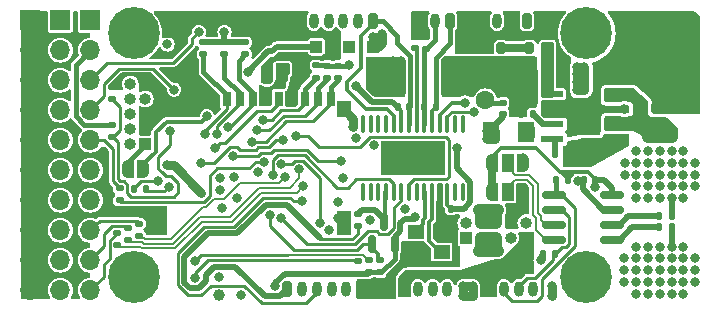
<source format=gbl>
G04 #@! TF.GenerationSoftware,KiCad,Pcbnew,7.0.6*
G04 #@! TF.CreationDate,2024-02-28T04:38:31+03:00*
G04 #@! TF.ProjectId,Penguin Junior,50656e67-7569-46e2-904a-756e696f722e,rev?*
G04 #@! TF.SameCoordinates,Original*
G04 #@! TF.FileFunction,Copper,L4,Bot*
G04 #@! TF.FilePolarity,Positive*
%FSLAX46Y46*%
G04 Gerber Fmt 4.6, Leading zero omitted, Abs format (unit mm)*
G04 Created by KiCad (PCBNEW 7.0.6) date 2024-02-28 04:38:31*
%MOMM*%
%LPD*%
G01*
G04 APERTURE LIST*
G04 Aperture macros list*
%AMRoundRect*
0 Rectangle with rounded corners*
0 $1 Rounding radius*
0 $2 $3 $4 $5 $6 $7 $8 $9 X,Y pos of 4 corners*
0 Add a 4 corners polygon primitive as box body*
4,1,4,$2,$3,$4,$5,$6,$7,$8,$9,$2,$3,0*
0 Add four circle primitives for the rounded corners*
1,1,$1+$1,$2,$3*
1,1,$1+$1,$4,$5*
1,1,$1+$1,$6,$7*
1,1,$1+$1,$8,$9*
0 Add four rect primitives between the rounded corners*
20,1,$1+$1,$2,$3,$4,$5,0*
20,1,$1+$1,$4,$5,$6,$7,0*
20,1,$1+$1,$6,$7,$8,$9,0*
20,1,$1+$1,$8,$9,$2,$3,0*%
%AMFreePoly0*
4,1,19,0.550000,-0.750000,0.000000,-0.750000,0.000000,-0.744911,-0.071157,-0.744911,-0.207708,-0.704816,-0.327430,-0.627875,-0.420627,-0.520320,-0.479746,-0.390866,-0.500000,-0.250000,-0.500000,0.250000,-0.479746,0.390866,-0.420627,0.520320,-0.327430,0.627875,-0.207708,0.704816,-0.071157,0.744911,0.000000,0.744911,0.000000,0.750000,0.550000,0.750000,0.550000,-0.750000,0.550000,-0.750000,
$1*%
%AMFreePoly1*
4,1,19,0.000000,0.744911,0.071157,0.744911,0.207708,0.704816,0.327430,0.627875,0.420627,0.520320,0.479746,0.390866,0.500000,0.250000,0.500000,-0.250000,0.479746,-0.390866,0.420627,-0.520320,0.327430,-0.627875,0.207708,-0.704816,0.071157,-0.744911,0.000000,-0.744911,0.000000,-0.750000,-0.550000,-0.750000,-0.550000,0.750000,0.000000,0.750000,0.000000,0.744911,0.000000,0.744911,
$1*%
%AMFreePoly2*
4,1,19,0.500000,-0.750000,0.000000,-0.750000,0.000000,-0.744911,-0.071157,-0.744911,-0.207708,-0.704816,-0.327430,-0.627875,-0.420627,-0.520320,-0.479746,-0.390866,-0.500000,-0.250000,-0.500000,0.250000,-0.479746,0.390866,-0.420627,0.520320,-0.327430,0.627875,-0.207708,0.704816,-0.071157,0.744911,0.000000,0.744911,0.000000,0.750000,0.500000,0.750000,0.500000,-0.750000,0.500000,-0.750000,
$1*%
%AMFreePoly3*
4,1,19,0.000000,0.744911,0.071157,0.744911,0.207708,0.704816,0.327430,0.627875,0.420627,0.520320,0.479746,0.390866,0.500000,0.250000,0.500000,-0.250000,0.479746,-0.390866,0.420627,-0.520320,0.327430,-0.627875,0.207708,-0.704816,0.071157,-0.744911,0.000000,-0.744911,0.000000,-0.750000,-0.500000,-0.750000,-0.500000,0.750000,0.000000,0.750000,0.000000,0.744911,0.000000,0.744911,
$1*%
G04 Aperture macros list end*
G04 #@! TA.AperFunction,ComponentPad*
%ADD10RoundRect,0.200000X0.200000X0.450000X-0.200000X0.450000X-0.200000X-0.450000X0.200000X-0.450000X0*%
G04 #@! TD*
G04 #@! TA.AperFunction,ComponentPad*
%ADD11O,0.800000X1.300000*%
G04 #@! TD*
G04 #@! TA.AperFunction,ComponentPad*
%ADD12C,0.700000*%
G04 #@! TD*
G04 #@! TA.AperFunction,ComponentPad*
%ADD13C,4.400000*%
G04 #@! TD*
G04 #@! TA.AperFunction,ComponentPad*
%ADD14R,1.600000X1.600000*%
G04 #@! TD*
G04 #@! TA.AperFunction,ComponentPad*
%ADD15C,1.600000*%
G04 #@! TD*
G04 #@! TA.AperFunction,ComponentPad*
%ADD16RoundRect,0.200000X-0.200000X-0.450000X0.200000X-0.450000X0.200000X0.450000X-0.200000X0.450000X0*%
G04 #@! TD*
G04 #@! TA.AperFunction,ComponentPad*
%ADD17R,1.700000X1.700000*%
G04 #@! TD*
G04 #@! TA.AperFunction,ComponentPad*
%ADD18O,1.700000X1.700000*%
G04 #@! TD*
G04 #@! TA.AperFunction,ComponentPad*
%ADD19R,1.000000X1.000000*%
G04 #@! TD*
G04 #@! TA.AperFunction,ComponentPad*
%ADD20O,1.000000X1.000000*%
G04 #@! TD*
G04 #@! TA.AperFunction,ComponentPad*
%ADD21O,1.090000X2.000000*%
G04 #@! TD*
G04 #@! TA.AperFunction,ComponentPad*
%ADD22O,1.050000X1.600000*%
G04 #@! TD*
G04 #@! TA.AperFunction,SMDPad,CuDef*
%ADD23RoundRect,0.135000X0.135000X0.185000X-0.135000X0.185000X-0.135000X-0.185000X0.135000X-0.185000X0*%
G04 #@! TD*
G04 #@! TA.AperFunction,SMDPad,CuDef*
%ADD24RoundRect,0.135000X0.185000X-0.135000X0.185000X0.135000X-0.185000X0.135000X-0.185000X-0.135000X0*%
G04 #@! TD*
G04 #@! TA.AperFunction,SMDPad,CuDef*
%ADD25FreePoly0,180.000000*%
G04 #@! TD*
G04 #@! TA.AperFunction,SMDPad,CuDef*
%ADD26R,1.000000X1.500000*%
G04 #@! TD*
G04 #@! TA.AperFunction,SMDPad,CuDef*
%ADD27FreePoly1,180.000000*%
G04 #@! TD*
G04 #@! TA.AperFunction,SMDPad,CuDef*
%ADD28FreePoly2,180.000000*%
G04 #@! TD*
G04 #@! TA.AperFunction,SMDPad,CuDef*
%ADD29FreePoly3,180.000000*%
G04 #@! TD*
G04 #@! TA.AperFunction,SMDPad,CuDef*
%ADD30R,1.910000X0.610000*%
G04 #@! TD*
G04 #@! TA.AperFunction,SMDPad,CuDef*
%ADD31R,1.205000X1.550000*%
G04 #@! TD*
G04 #@! TA.AperFunction,SMDPad,CuDef*
%ADD32RoundRect,0.135000X-0.185000X0.135000X-0.185000X-0.135000X0.185000X-0.135000X0.185000X0.135000X0*%
G04 #@! TD*
G04 #@! TA.AperFunction,SMDPad,CuDef*
%ADD33RoundRect,0.200000X-0.200000X-0.275000X0.200000X-0.275000X0.200000X0.275000X-0.200000X0.275000X0*%
G04 #@! TD*
G04 #@! TA.AperFunction,SMDPad,CuDef*
%ADD34RoundRect,0.200000X0.200000X0.275000X-0.200000X0.275000X-0.200000X-0.275000X0.200000X-0.275000X0*%
G04 #@! TD*
G04 #@! TA.AperFunction,SMDPad,CuDef*
%ADD35RoundRect,0.250000X-0.475000X0.250000X-0.475000X-0.250000X0.475000X-0.250000X0.475000X0.250000X0*%
G04 #@! TD*
G04 #@! TA.AperFunction,SMDPad,CuDef*
%ADD36RoundRect,0.140000X0.140000X0.170000X-0.140000X0.170000X-0.140000X-0.170000X0.140000X-0.170000X0*%
G04 #@! TD*
G04 #@! TA.AperFunction,SMDPad,CuDef*
%ADD37C,1.000000*%
G04 #@! TD*
G04 #@! TA.AperFunction,SMDPad,CuDef*
%ADD38R,1.400000X1.200000*%
G04 #@! TD*
G04 #@! TA.AperFunction,SMDPad,CuDef*
%ADD39RoundRect,0.140000X-0.170000X0.140000X-0.170000X-0.140000X0.170000X-0.140000X0.170000X0.140000X0*%
G04 #@! TD*
G04 #@! TA.AperFunction,SMDPad,CuDef*
%ADD40RoundRect,0.100000X0.100000X-0.637500X0.100000X0.637500X-0.100000X0.637500X-0.100000X-0.637500X0*%
G04 #@! TD*
G04 #@! TA.AperFunction,SMDPad,CuDef*
%ADD41R,5.400000X2.850000*%
G04 #@! TD*
G04 #@! TA.AperFunction,SMDPad,CuDef*
%ADD42RoundRect,0.250001X0.462499X0.624999X-0.462499X0.624999X-0.462499X-0.624999X0.462499X-0.624999X0*%
G04 #@! TD*
G04 #@! TA.AperFunction,SMDPad,CuDef*
%ADD43RoundRect,0.140000X0.170000X-0.140000X0.170000X0.140000X-0.170000X0.140000X-0.170000X-0.140000X0*%
G04 #@! TD*
G04 #@! TA.AperFunction,SMDPad,CuDef*
%ADD44R,0.700000X1.300000*%
G04 #@! TD*
G04 #@! TA.AperFunction,SMDPad,CuDef*
%ADD45R,1.200000X2.000000*%
G04 #@! TD*
G04 #@! TA.AperFunction,SMDPad,CuDef*
%ADD46R,1.200000X1.400000*%
G04 #@! TD*
G04 #@! TA.AperFunction,SMDPad,CuDef*
%ADD47RoundRect,0.150000X-0.825000X-0.150000X0.825000X-0.150000X0.825000X0.150000X-0.825000X0.150000X0*%
G04 #@! TD*
G04 #@! TA.AperFunction,SMDPad,CuDef*
%ADD48RoundRect,0.140000X-0.140000X-0.170000X0.140000X-0.170000X0.140000X0.170000X-0.140000X0.170000X0*%
G04 #@! TD*
G04 #@! TA.AperFunction,SMDPad,CuDef*
%ADD49RoundRect,0.150000X0.150000X-0.587500X0.150000X0.587500X-0.150000X0.587500X-0.150000X-0.587500X0*%
G04 #@! TD*
G04 #@! TA.AperFunction,SMDPad,CuDef*
%ADD50RoundRect,0.250000X0.300000X0.300000X-0.300000X0.300000X-0.300000X-0.300000X0.300000X-0.300000X0*%
G04 #@! TD*
G04 #@! TA.AperFunction,SMDPad,CuDef*
%ADD51RoundRect,0.250000X-0.300000X0.300000X-0.300000X-0.300000X0.300000X-0.300000X0.300000X0.300000X0*%
G04 #@! TD*
G04 #@! TA.AperFunction,SMDPad,CuDef*
%ADD52RoundRect,0.135000X-0.135000X-0.185000X0.135000X-0.185000X0.135000X0.185000X-0.135000X0.185000X0*%
G04 #@! TD*
G04 #@! TA.AperFunction,SMDPad,CuDef*
%ADD53RoundRect,0.250000X-0.400000X-1.450000X0.400000X-1.450000X0.400000X1.450000X-0.400000X1.450000X0*%
G04 #@! TD*
G04 #@! TA.AperFunction,ViaPad*
%ADD54C,0.800000*%
G04 #@! TD*
G04 #@! TA.AperFunction,Conductor*
%ADD55C,0.800000*%
G04 #@! TD*
G04 #@! TA.AperFunction,Conductor*
%ADD56C,0.340000*%
G04 #@! TD*
G04 #@! TA.AperFunction,Conductor*
%ADD57C,0.700000*%
G04 #@! TD*
G04 #@! TA.AperFunction,Conductor*
%ADD58C,0.500000*%
G04 #@! TD*
G04 #@! TA.AperFunction,Conductor*
%ADD59C,0.400000*%
G04 #@! TD*
G04 #@! TA.AperFunction,Conductor*
%ADD60C,1.000000*%
G04 #@! TD*
G04 #@! TA.AperFunction,Conductor*
%ADD61C,0.200000*%
G04 #@! TD*
G04 #@! TA.AperFunction,Conductor*
%ADD62C,0.300000*%
G04 #@! TD*
G04 #@! TA.AperFunction,Conductor*
%ADD63C,0.250000*%
G04 #@! TD*
G04 #@! TA.AperFunction,Conductor*
%ADD64C,0.540000*%
G04 #@! TD*
G04 #@! TA.AperFunction,Conductor*
%ADD65C,0.450000*%
G04 #@! TD*
G04 APERTURE END LIST*
D10*
X132175000Y-84800000D03*
D11*
X130925000Y-84800000D03*
X129675000Y-84800000D03*
X128425000Y-84800000D03*
X127175000Y-84800000D03*
X125925000Y-84800000D03*
D10*
X145200000Y-84800000D03*
D11*
X143950000Y-84800000D03*
X142700000Y-84800000D03*
D12*
X110275000Y-85860000D03*
X110758274Y-84693274D03*
X110758274Y-87026726D03*
X111925000Y-84210000D03*
D13*
X111925000Y-85860000D03*
D12*
X111925000Y-87510000D03*
X113091726Y-84693274D03*
X113091726Y-87026726D03*
X113575000Y-85860000D03*
X148575000Y-106460000D03*
X149058274Y-105293274D03*
X149058274Y-107626726D03*
X150225000Y-104810000D03*
D13*
X150225000Y-106460000D03*
D12*
X150225000Y-108110000D03*
X151391726Y-105293274D03*
X151391726Y-107626726D03*
X151875000Y-106460000D03*
D14*
X141705000Y-89510000D03*
D15*
X141705000Y-91510000D03*
D16*
X142010000Y-107510000D03*
D11*
X143260000Y-107510000D03*
X144510000Y-107510000D03*
X145760000Y-107510000D03*
D17*
X105715000Y-84735000D03*
D18*
X105715000Y-87275000D03*
X105715000Y-89815000D03*
X105715000Y-92355000D03*
X105715000Y-94895000D03*
X105715000Y-97435000D03*
X105715000Y-99975000D03*
X105715000Y-102515000D03*
X105715000Y-105055000D03*
X105715000Y-107595000D03*
D16*
X124930000Y-107510000D03*
D11*
X126180000Y-107510000D03*
X127430000Y-107510000D03*
X128680000Y-107510000D03*
X129930000Y-107510000D03*
X131180000Y-107510000D03*
D19*
X140040000Y-103150000D03*
D20*
X140040000Y-101880000D03*
X141310000Y-103150000D03*
X141310000Y-101880000D03*
X142580000Y-103150000D03*
X142580000Y-101880000D03*
X143850000Y-103150000D03*
X143850000Y-101880000D03*
X145120000Y-103150000D03*
X145120000Y-101880000D03*
D17*
X108255000Y-84735000D03*
D18*
X108255000Y-87275000D03*
X108255000Y-89815000D03*
X108255000Y-92355000D03*
X108255000Y-94895000D03*
X108255000Y-97435000D03*
X108255000Y-99975000D03*
X108255000Y-102515000D03*
X108255000Y-105055000D03*
X108255000Y-107595000D03*
D16*
X134720000Y-107510000D03*
D11*
X135970000Y-107510000D03*
X137220000Y-107510000D03*
X138470000Y-107510000D03*
D21*
X116000000Y-85932000D03*
D22*
X116000000Y-89382000D03*
D21*
X123200000Y-85932000D03*
D22*
X123200000Y-89382000D03*
D12*
X110275000Y-106460000D03*
X110758274Y-105293274D03*
X110758274Y-107626726D03*
X111925000Y-104810000D03*
D13*
X111925000Y-106460000D03*
D12*
X111925000Y-108110000D03*
X113091726Y-105293274D03*
X113091726Y-107626726D03*
X113575000Y-106460000D03*
D19*
X112900000Y-95200000D03*
D20*
X111630000Y-95200000D03*
X112900000Y-93930000D03*
X111630000Y-93930000D03*
X112900000Y-92660000D03*
X111630000Y-92660000D03*
X112900000Y-91390000D03*
X111630000Y-91390000D03*
X112900000Y-90120000D03*
X111630000Y-90120000D03*
D12*
X148575000Y-85860000D03*
X149058274Y-84693274D03*
X149058274Y-87026726D03*
X150225000Y-84210000D03*
D13*
X150225000Y-85860000D03*
D12*
X150225000Y-87510000D03*
X151391726Y-84693274D03*
X151391726Y-87026726D03*
X151875000Y-85860000D03*
D10*
X138690000Y-84800000D03*
D11*
X137440000Y-84800000D03*
X136190000Y-84800000D03*
D17*
X103175000Y-84735000D03*
D18*
X103175000Y-87275000D03*
X103175000Y-89815000D03*
X103175000Y-92355000D03*
X103175000Y-94895000D03*
X103175000Y-97435000D03*
X103175000Y-99975000D03*
X103175000Y-102515000D03*
X103175000Y-105055000D03*
X103175000Y-107595000D03*
D23*
X145710000Y-92650000D03*
X144690000Y-92650000D03*
X112990000Y-99020000D03*
X111970000Y-99020000D03*
D24*
X132800000Y-106090000D03*
X132800000Y-105070000D03*
D25*
X144870000Y-99290000D03*
D26*
X143570000Y-99290000D03*
D27*
X142270000Y-99290000D03*
D24*
X110117500Y-94640000D03*
X110117500Y-93620000D03*
D25*
X144870000Y-96787500D03*
D26*
X143570000Y-96787500D03*
D27*
X142270000Y-96787500D03*
D28*
X112720000Y-97300000D03*
D29*
X111420000Y-97300000D03*
D30*
X147355000Y-94805000D03*
X147355000Y-93535000D03*
X147355000Y-92265000D03*
X147355000Y-90995000D03*
X152915000Y-90995000D03*
X152915000Y-92265000D03*
X152915000Y-93535000D03*
X152915000Y-94805000D03*
D31*
X149532500Y-92125000D03*
X149532500Y-93675000D03*
X150737500Y-92125000D03*
X150737500Y-93675000D03*
D32*
X128300000Y-88580000D03*
X128300000Y-89600000D03*
D23*
X147570000Y-104570000D03*
X146550000Y-104570000D03*
D33*
X141367500Y-87060000D03*
X143017500Y-87060000D03*
D24*
X136650000Y-87140000D03*
X136650000Y-86120000D03*
X111467000Y-103376000D03*
X111467000Y-102356000D03*
D32*
X129240000Y-88580000D03*
X129240000Y-89600000D03*
D34*
X147065000Y-88520000D03*
X145415000Y-88520000D03*
D24*
X110117000Y-91428000D03*
X110117000Y-90408000D03*
D35*
X156455000Y-92158500D03*
X156455000Y-94058500D03*
D32*
X131860000Y-105070000D03*
X131860000Y-106090000D03*
D36*
X138790000Y-100730000D03*
X137830000Y-100730000D03*
D37*
X119110000Y-108030000D03*
D38*
X135790000Y-102660000D03*
X137990000Y-102660000D03*
X137990000Y-104360000D03*
X135790000Y-104360000D03*
D36*
X125510000Y-90050000D03*
X124550000Y-90050000D03*
D24*
X130910000Y-102180000D03*
X130910000Y-101160000D03*
D39*
X126120000Y-86980000D03*
X126120000Y-87940000D03*
D32*
X121375000Y-86605001D03*
X121375000Y-87625001D03*
D40*
X139780000Y-99272500D03*
X139130000Y-99272500D03*
X138480000Y-99272500D03*
X137830000Y-99272500D03*
X137180000Y-99272500D03*
X136530000Y-99272500D03*
X135880000Y-99272500D03*
X135230000Y-99272500D03*
X134580000Y-99272500D03*
X133930000Y-99272500D03*
X133280000Y-99272500D03*
X132630000Y-99272500D03*
X131980000Y-99272500D03*
X131330000Y-99272500D03*
X131330000Y-93547500D03*
X131980000Y-93547500D03*
X132630000Y-93547500D03*
X133280000Y-93547500D03*
X133930000Y-93547500D03*
X134580000Y-93547500D03*
X135230000Y-93547500D03*
X135880000Y-93547500D03*
X136530000Y-93547500D03*
X137180000Y-93547500D03*
X137830000Y-93547500D03*
X138480000Y-93547500D03*
X139130000Y-93547500D03*
X139780000Y-93547500D03*
D41*
X135555000Y-96410000D03*
D42*
X145167500Y-94240000D03*
X142192500Y-94240000D03*
D36*
X135230000Y-92100000D03*
X134270000Y-92100000D03*
D32*
X130918000Y-105163000D03*
X130918000Y-106183000D03*
D24*
X110720000Y-100000000D03*
X110720000Y-98980000D03*
D43*
X143220000Y-92690000D03*
X143220000Y-91730000D03*
D32*
X119600000Y-86605001D03*
X119600000Y-87625001D03*
D36*
X137490000Y-92100000D03*
X136530000Y-92100000D03*
D33*
X145415000Y-87060000D03*
X147065000Y-87060000D03*
D44*
X119798000Y-91393500D03*
X120898000Y-91393500D03*
X121998000Y-91393500D03*
X123098000Y-91393500D03*
X124198000Y-91393500D03*
X125298000Y-91393500D03*
X126398000Y-91393500D03*
X127498000Y-91393500D03*
X128598000Y-91393500D03*
D45*
X114178000Y-101943500D03*
X129698000Y-101943500D03*
D46*
X115018000Y-92243500D03*
X129698000Y-92243500D03*
D23*
X157455000Y-101330000D03*
X156435000Y-101330000D03*
D43*
X155550000Y-102280000D03*
X155550000Y-101320000D03*
D47*
X147465000Y-103305000D03*
X147465000Y-102035000D03*
X147465000Y-100765000D03*
X147465000Y-99495000D03*
X152415000Y-99495000D03*
X152415000Y-100765000D03*
X152415000Y-102035000D03*
X152415000Y-103305000D03*
D43*
X135720000Y-87110000D03*
X135720000Y-86150000D03*
D24*
X117825000Y-87625001D03*
X117825000Y-86605001D03*
D48*
X147550000Y-96060000D03*
X148510000Y-96060000D03*
D36*
X151000000Y-98240000D03*
X150040000Y-98240000D03*
D49*
X134030000Y-103667500D03*
X132130000Y-103667500D03*
X133080000Y-101792500D03*
D50*
X130187500Y-86980000D03*
X127387500Y-86980000D03*
D51*
X132140000Y-86980000D03*
X132140000Y-89780000D03*
D32*
X127350000Y-88570000D03*
X127350000Y-89590000D03*
D23*
X157455000Y-102270000D03*
X156435000Y-102270000D03*
D24*
X110526000Y-103779000D03*
X110526000Y-102759000D03*
D36*
X146720000Y-89740000D03*
X145760000Y-89740000D03*
D52*
X147640000Y-98230000D03*
X148660000Y-98230000D03*
D24*
X112407000Y-102976000D03*
X112407000Y-101956000D03*
D53*
X134195000Y-89510000D03*
X138645000Y-89510000D03*
D54*
X140639999Y-107260000D03*
X159455000Y-87410000D03*
X159455000Y-88410000D03*
X154455000Y-89410000D03*
X158455000Y-87410000D03*
X155455000Y-87410000D03*
X153455000Y-88410000D03*
X139839999Y-107260000D03*
X154455000Y-86410000D03*
X132629500Y-107260000D03*
X155455000Y-85410000D03*
X156455000Y-89410000D03*
X149540000Y-98330000D03*
X156455000Y-91633500D03*
X158455000Y-89410000D03*
X147340000Y-107260000D03*
X126330000Y-88860000D03*
X153455000Y-85410000D03*
X155455000Y-86410000D03*
X156455000Y-88410000D03*
X153455000Y-86410000D03*
X157455000Y-87410000D03*
X155455000Y-88410000D03*
X156455000Y-86410000D03*
X130520500Y-93769131D03*
X156455000Y-85410000D03*
X121008136Y-107961000D03*
X158455000Y-88410000D03*
X147340000Y-108060000D03*
X116015600Y-92185600D03*
X157455000Y-89410000D03*
X158455000Y-85410000D03*
X129210000Y-101480000D03*
X155455000Y-89410000D03*
X119110500Y-106480000D03*
X154455000Y-88410000D03*
X159455000Y-86410000D03*
X153455000Y-89410000D03*
X159455000Y-89410000D03*
X140639999Y-108060000D03*
X157455000Y-88410000D03*
X157455000Y-85410000D03*
X156455000Y-84410000D03*
X158455000Y-86410000D03*
X154455000Y-84410000D03*
X130750000Y-90340000D03*
X155455000Y-84410000D03*
X153455000Y-87410000D03*
X158455000Y-84410000D03*
X156455000Y-87410000D03*
X154455000Y-85410000D03*
X157455000Y-86410000D03*
X153470000Y-92265000D03*
X133710000Y-107260000D03*
X158455000Y-90410000D03*
X159455000Y-85410000D03*
X144870000Y-96440000D03*
X129557502Y-91985299D03*
X139839999Y-108060000D03*
X115450000Y-91620000D03*
X157455000Y-91633500D03*
X157455000Y-90410000D03*
X157455000Y-84410000D03*
X156455000Y-90410000D03*
X155455000Y-90410000D03*
X154455000Y-87410000D03*
X130190000Y-88570000D03*
X130770000Y-94750000D03*
X119600000Y-85720000D03*
X146374031Y-105069085D03*
X135732337Y-101380984D03*
X128448398Y-102510000D03*
X129210000Y-100090000D03*
X123920000Y-107260000D03*
X118110000Y-92880000D03*
X150965000Y-98835000D03*
X119410378Y-100660378D03*
X124450000Y-88860000D03*
X114740000Y-97020000D03*
X117650000Y-99330000D03*
X119110000Y-108030000D03*
X139309059Y-95530500D03*
X139979117Y-91710000D03*
X140710000Y-92550000D03*
X121615500Y-89080000D03*
X148955000Y-96780000D03*
X150080000Y-89330000D03*
X152360000Y-94805000D03*
X149430000Y-89330000D03*
X150080000Y-88680000D03*
X149955000Y-96780000D03*
X149955000Y-95780000D03*
X149430000Y-89980000D03*
X152080000Y-95670000D03*
X153220000Y-94805000D03*
X150080000Y-89980000D03*
X149430000Y-88680000D03*
X149430000Y-90630000D03*
X151360000Y-95160000D03*
X150080000Y-90630000D03*
X148955000Y-95780000D03*
X157455000Y-103910000D03*
X153455000Y-104910000D03*
X154455000Y-105910000D03*
X158455000Y-107910000D03*
X156455000Y-105910000D03*
X159455000Y-104910000D03*
X154455000Y-103910000D03*
X154455000Y-107910000D03*
X154455000Y-104910000D03*
X158455000Y-103910000D03*
X156455000Y-106910000D03*
X155455000Y-106910000D03*
X156455000Y-103910000D03*
X155455000Y-104910000D03*
X153455000Y-106910000D03*
X153455000Y-105910000D03*
X154455000Y-106910000D03*
X156455000Y-107910000D03*
X157455000Y-105910000D03*
X157455000Y-106910000D03*
X158455000Y-105910000D03*
X155455000Y-103910000D03*
X159455000Y-106910000D03*
X157455000Y-107910000D03*
X159455000Y-105910000D03*
X157455000Y-104910000D03*
X156455000Y-104910000D03*
X158455000Y-104910000D03*
X158455000Y-106910000D03*
X155455000Y-105910000D03*
X155455000Y-107910000D03*
X141867500Y-94110000D03*
X141867500Y-94760000D03*
X142517500Y-94760000D03*
X142517500Y-94110000D03*
X117067500Y-105140000D03*
X117067500Y-106600000D03*
X145090000Y-89030000D03*
X138970000Y-89510000D03*
X145090000Y-91630000D03*
X138320000Y-88860000D03*
X138970000Y-90160000D03*
X138970000Y-90810000D03*
X145740000Y-89680000D03*
X145090000Y-90980000D03*
X145090000Y-89680000D03*
X138320000Y-89510000D03*
X138320000Y-88210000D03*
X145740000Y-89030000D03*
X138970000Y-88210000D03*
X138320000Y-90160000D03*
X145740000Y-90980000D03*
X145740000Y-90330000D03*
X138970000Y-88860000D03*
X145090000Y-90330000D03*
X145740000Y-91630000D03*
X138320000Y-90810000D03*
X117930000Y-94340000D03*
X118940000Y-94380000D03*
X119910000Y-93820000D03*
X118770000Y-95590000D03*
X122899500Y-93150000D03*
X122399500Y-94070000D03*
X121899500Y-95010000D03*
X122410000Y-97600000D03*
X114010000Y-98334999D03*
X126200000Y-100080000D03*
X120420000Y-97990000D03*
X119200000Y-98094500D03*
X141145000Y-104260000D03*
X142745000Y-104260000D03*
X141945000Y-104260000D03*
X120642300Y-99817700D03*
X119240000Y-99110000D03*
X123460688Y-101190000D03*
X114880000Y-98850000D03*
X122940000Y-96740000D03*
X125929622Y-97352002D03*
X154455000Y-97807000D03*
X158455000Y-99807000D03*
X155455000Y-95807000D03*
X155455000Y-97807000D03*
X156455000Y-96807000D03*
X157455000Y-96807000D03*
X154455000Y-99807000D03*
X158455000Y-97807000D03*
X156455000Y-94583500D03*
X157455000Y-94583500D03*
X157455000Y-98807000D03*
X154455000Y-98807000D03*
X153505000Y-97807000D03*
X157455000Y-95807000D03*
X153505000Y-96807000D03*
X156455000Y-95807000D03*
X155455000Y-99807000D03*
X156455000Y-99807000D03*
X155455000Y-98807000D03*
X158455000Y-95807000D03*
X154455000Y-95807000D03*
X156455000Y-98807000D03*
X158455000Y-98807000D03*
X155455000Y-96807000D03*
X159455000Y-97807000D03*
X154455000Y-96807000D03*
X155455000Y-94583500D03*
X159455000Y-98807000D03*
X159455000Y-96807000D03*
X158455000Y-96807000D03*
X156455000Y-97807000D03*
X157455000Y-97807000D03*
X157455000Y-99807000D03*
X124404500Y-96902502D03*
X127658635Y-101871365D03*
X132250000Y-95340000D03*
X129608176Y-98074500D03*
X131887999Y-101680000D03*
X134881107Y-100685061D03*
X117620000Y-96814500D03*
X124530000Y-94920000D03*
X129436638Y-96675000D03*
X120366697Y-96213303D03*
X125675000Y-94540000D03*
X123680000Y-97841000D03*
X124420000Y-101520000D03*
X134520000Y-89510000D03*
X133870000Y-89510000D03*
X134520000Y-88210000D03*
X133870000Y-90810000D03*
X134520000Y-90810000D03*
X134520000Y-90160000D03*
X141945000Y-100810000D03*
X142745000Y-100810000D03*
X133870000Y-88210000D03*
X134520000Y-88860000D03*
X133870000Y-88860000D03*
X133870000Y-90160000D03*
X141145000Y-100810000D03*
X132140000Y-86180000D03*
X132140000Y-86980000D03*
X132940000Y-86680000D03*
X130187500Y-86980000D03*
X145492500Y-94525000D03*
X132940000Y-85880000D03*
X144842500Y-93875000D03*
X144842500Y-94525000D03*
X145492500Y-93875000D03*
X124720000Y-98010000D03*
X115014312Y-94087615D03*
X126264439Y-98789140D03*
X114780000Y-86790000D03*
X117430000Y-85710000D03*
X115349500Y-90610000D03*
D55*
X132629500Y-107260000D02*
X133710000Y-107260000D01*
D56*
X134580000Y-92410000D02*
X134270000Y-92100000D01*
D55*
X129210000Y-101480000D02*
X129234500Y-101480000D01*
X130520500Y-93066000D02*
X129698000Y-92243500D01*
D56*
X134580000Y-93547500D02*
X134580000Y-92410000D01*
D57*
X125510000Y-90050000D02*
X125510000Y-89680000D01*
D58*
X149993349Y-99065431D02*
X151692918Y-100765000D01*
D57*
X125300000Y-91391500D02*
X125300000Y-90585806D01*
D59*
X137440000Y-86406604D02*
X137440000Y-84800000D01*
D58*
X150040000Y-98240000D02*
X149993349Y-98286651D01*
X149993349Y-98286651D02*
X149993349Y-99065431D01*
D60*
X156455000Y-92158500D02*
X156930000Y-92158500D01*
D57*
X125300000Y-90585806D02*
X125380000Y-90505807D01*
D59*
X136530000Y-92100000D02*
X136530000Y-87316604D01*
D57*
X125298000Y-91393500D02*
X125300000Y-91391500D01*
D60*
X156930000Y-92158500D02*
X157455000Y-91633500D01*
D59*
X136530000Y-87316604D02*
X137440000Y-86406604D01*
D55*
X140639999Y-107260000D02*
X140639999Y-108060000D01*
D58*
X133830000Y-91660000D02*
X134270000Y-92100000D01*
X130750000Y-90340000D02*
X132070000Y-91660000D01*
D55*
X139839999Y-107260000D02*
X140639999Y-107260000D01*
X130520500Y-93769131D02*
X130520500Y-93066000D01*
D57*
X125380000Y-90180000D02*
X125510000Y-90050000D01*
D61*
X123390000Y-86020000D02*
X123200000Y-85830000D01*
D59*
X150040000Y-98240000D02*
X149630000Y-98240000D01*
D58*
X132070000Y-91660000D02*
X133830000Y-91660000D01*
D60*
X157455000Y-91633500D02*
X156455000Y-91633500D01*
D58*
X149392500Y-92265000D02*
X149532500Y-92125000D01*
D55*
X129234500Y-101480000D02*
X129698000Y-101943500D01*
D59*
X136530000Y-93547500D02*
X136530000Y-92100000D01*
D60*
X156455000Y-91633500D02*
X156455000Y-92158500D01*
D55*
X147340000Y-107260000D02*
X147340000Y-108060000D01*
X140639999Y-108060000D02*
X139839999Y-108060000D01*
D59*
X143220000Y-91730000D02*
X141925000Y-91730000D01*
D55*
X139839999Y-108060000D02*
X139839999Y-107260000D01*
D57*
X125380000Y-90505807D02*
X125380000Y-90180000D01*
D59*
X141925000Y-91730000D02*
X141705000Y-91510000D01*
D55*
X116015600Y-92185600D02*
X115450000Y-91620000D01*
D57*
X125510000Y-89680000D02*
X126330000Y-88860000D01*
D58*
X151692918Y-100765000D02*
X152415000Y-100765000D01*
D59*
X149630000Y-98240000D02*
X149540000Y-98330000D01*
D58*
X134874939Y-101535061D02*
X135578260Y-101535061D01*
X151000000Y-98240000D02*
X151750000Y-98240000D01*
D59*
X132866604Y-106090000D02*
X134030000Y-104926604D01*
X128280000Y-88580000D02*
X128270000Y-88570000D01*
D58*
X146550000Y-104893116D02*
X146374031Y-105069085D01*
D62*
X148660000Y-98230000D02*
X148660000Y-98149339D01*
D58*
X134505000Y-102596421D02*
X134505000Y-101905000D01*
X134505000Y-101905000D02*
X134874939Y-101535061D01*
D57*
X142270000Y-96787500D02*
X142270000Y-99290000D01*
D56*
X114699482Y-93313500D02*
X113770000Y-94242982D01*
D62*
X149229339Y-97580000D02*
X148090331Y-97580000D01*
D58*
X135578260Y-101535061D02*
X135732337Y-101380984D01*
D59*
X130190000Y-88570000D02*
X130180000Y-88580000D01*
D56*
X143020000Y-95560000D02*
X146018751Y-95560000D01*
D58*
X124687761Y-106183000D02*
X123920000Y-106950761D01*
D56*
X142270000Y-96350000D02*
X142700000Y-95920000D01*
X113770000Y-94242982D02*
X113770000Y-95860000D01*
D58*
X131860000Y-106090000D02*
X131767000Y-106183000D01*
D56*
X112720000Y-96910000D02*
X112720000Y-97300000D01*
D58*
X150965000Y-98835000D02*
X151000000Y-98800000D01*
D62*
X149229339Y-97580000D02*
X149680000Y-97580000D01*
D58*
X146550000Y-104570000D02*
X146550000Y-104893116D01*
X131767000Y-106183000D02*
X124687761Y-106183000D01*
D56*
X142700000Y-95920000D02*
X142700000Y-95880000D01*
X113770000Y-95860000D02*
X112720000Y-96910000D01*
D62*
X148660000Y-98149339D02*
X149229339Y-97580000D01*
D59*
X128270000Y-88570000D02*
X127350000Y-88570000D01*
D56*
X118110000Y-92880000D02*
X117676500Y-93313500D01*
D58*
X134030000Y-103071421D02*
X134505000Y-102596421D01*
D62*
X148090331Y-97580000D02*
X148659670Y-98149339D01*
D58*
X146374031Y-104745969D02*
X146550000Y-104570000D01*
D59*
X130180000Y-88580000D02*
X128280000Y-88580000D01*
D58*
X151000000Y-98800000D02*
X151000000Y-98240000D01*
D56*
X117676500Y-93313500D02*
X114699482Y-93313500D01*
D58*
X123920000Y-106950761D02*
X123920000Y-107260000D01*
D59*
X134030000Y-104926604D02*
X134030000Y-103667500D01*
D62*
X151000000Y-98197035D02*
X150382965Y-97580000D01*
D58*
X152415000Y-98905000D02*
X152415000Y-99495000D01*
D56*
X142700000Y-95880000D02*
X143020000Y-95560000D01*
D58*
X117825000Y-86605001D02*
X121375000Y-86605001D01*
X119600000Y-85720000D02*
X119600000Y-86605001D01*
D56*
X142270000Y-96787500D02*
X142270000Y-96350000D01*
X146018751Y-95560000D02*
X148038751Y-97580000D01*
D62*
X151000000Y-98240000D02*
X151000000Y-98197035D01*
X150382965Y-97580000D02*
X149680000Y-97580000D01*
D59*
X131860000Y-106090000D02*
X132866604Y-106090000D01*
D58*
X151750000Y-98240000D02*
X152415000Y-98905000D01*
X146374031Y-105069085D02*
X146374031Y-104745969D01*
X134030000Y-103667500D02*
X134030000Y-103071421D01*
D55*
X114740000Y-97020000D02*
X115340000Y-97020000D01*
X115340000Y-97020000D02*
X117650000Y-99330000D01*
D56*
X137180000Y-93547500D02*
X137180000Y-92410000D01*
D59*
X138690000Y-84800000D02*
X138690000Y-86695761D01*
X135230000Y-93547500D02*
X135230000Y-92100000D01*
D58*
X116217500Y-104787918D02*
X116217500Y-106952082D01*
D62*
X131180000Y-88750000D02*
X129960000Y-89970000D01*
D59*
X138690000Y-86695761D02*
X137490000Y-87895761D01*
D58*
X118758418Y-105630000D02*
X120515613Y-105630000D01*
D59*
X132991371Y-84800000D02*
X132185000Y-84800000D01*
D58*
X139870000Y-100730000D02*
X138790000Y-100730000D01*
X140430000Y-98407183D02*
X140430000Y-100170000D01*
D55*
X134720000Y-107510000D02*
X134720000Y-106635786D01*
D59*
X137490000Y-87895761D02*
X137490000Y-92100000D01*
D58*
X117419582Y-107450000D02*
X118050000Y-106819582D01*
X139309059Y-95530500D02*
X139309059Y-97286242D01*
D62*
X133930000Y-92823604D02*
X133930000Y-93547500D01*
D63*
X127843688Y-103268500D02*
X130439500Y-103268500D01*
D62*
X131180000Y-86040000D02*
X131180000Y-88750000D01*
D63*
X130439500Y-103268500D02*
X130910000Y-102798000D01*
D58*
X118050000Y-106819582D02*
X118050000Y-106338418D01*
D55*
X142010000Y-107045787D02*
X142010000Y-107510000D01*
D59*
X135320000Y-87783675D02*
X134230000Y-86693675D01*
D62*
X138480000Y-99272500D02*
X138480000Y-100420000D01*
D58*
X118215418Y-102790000D02*
X116217500Y-104787918D01*
D63*
X127710000Y-103134812D02*
X127843688Y-103268500D01*
D55*
X141224213Y-106260000D02*
X142010000Y-107045787D01*
D58*
X118050000Y-106338418D02*
X118758418Y-105630000D01*
X123108606Y-100340000D02*
X120658606Y-102790000D01*
D63*
X130910000Y-102798000D02*
X130910000Y-102180000D01*
D55*
X135095786Y-106260000D02*
X141224213Y-106260000D01*
D58*
X120658606Y-102790000D02*
X118215418Y-102790000D01*
X122995613Y-108110000D02*
X124330000Y-108110000D01*
X127710000Y-103134812D02*
X124915188Y-100340000D01*
D62*
X131550000Y-92260000D02*
X133366396Y-92260000D01*
D59*
X134230000Y-86693675D02*
X134230000Y-86038629D01*
D56*
X137180000Y-92410000D02*
X137490000Y-92100000D01*
D58*
X140430000Y-100170000D02*
X139870000Y-100730000D01*
D62*
X133366396Y-92260000D02*
X133930000Y-92823604D01*
D58*
X116217500Y-106952082D02*
X116715418Y-107450000D01*
X124915188Y-100340000D02*
X123108606Y-100340000D01*
X120515613Y-105630000D02*
X122995613Y-108110000D01*
D59*
X134230000Y-86038629D02*
X132991371Y-84800000D01*
X135320000Y-92010000D02*
X135320000Y-87783675D01*
D58*
X116715418Y-107450000D02*
X117419582Y-107450000D01*
D62*
X129960000Y-90670000D02*
X131550000Y-92260000D01*
D58*
X139309059Y-97286242D02*
X140430000Y-98407183D01*
D62*
X138480000Y-100420000D02*
X138790000Y-100730000D01*
X132175000Y-85045000D02*
X131180000Y-86040000D01*
D55*
X134720000Y-106635786D02*
X135095786Y-106260000D01*
D62*
X132175000Y-84810000D02*
X132175000Y-85045000D01*
D59*
X132185000Y-84800000D02*
X132175000Y-84810000D01*
D58*
X124330000Y-108110000D02*
X124930000Y-107510000D01*
D59*
X135230000Y-92100000D02*
X135320000Y-92010000D01*
D62*
X129960000Y-89970000D02*
X129960000Y-90670000D01*
X138882965Y-91710000D02*
X137830000Y-92762965D01*
X139979117Y-91710000D02*
X138882965Y-91710000D01*
X137830000Y-92762965D02*
X137830000Y-93547500D01*
D63*
X140645000Y-92485000D02*
X138853959Y-92485000D01*
X140710000Y-92550000D02*
X140645000Y-92485000D01*
X138480000Y-92858959D02*
X138480000Y-93547500D01*
X138853959Y-92485000D02*
X138480000Y-92858959D01*
D62*
X135880000Y-87270000D02*
X135880000Y-93547500D01*
X135720000Y-87110000D02*
X135880000Y-87270000D01*
D58*
X123612142Y-87382000D02*
X123313500Y-87382000D01*
X123313500Y-87382000D02*
X121615500Y-89080000D01*
X124014142Y-86980000D02*
X123612142Y-87382000D01*
X124635000Y-86980000D02*
X127387500Y-86980000D01*
X124635000Y-86980000D02*
X124014142Y-86980000D01*
X147550000Y-95000000D02*
X147550000Y-96060000D01*
X147355000Y-94805000D02*
X147550000Y-95000000D01*
D55*
X148955000Y-96780000D02*
X149955000Y-96780000D01*
X149430000Y-88680000D02*
X150080000Y-88680000D01*
X150080000Y-88680000D02*
X150080000Y-90630000D01*
X149430000Y-90630000D02*
X149430000Y-88680000D01*
X150080000Y-90630000D02*
X149430000Y-90630000D01*
D58*
X155550000Y-102280000D02*
X154120000Y-102280000D01*
X156425000Y-102280000D02*
X156435000Y-102270000D01*
X153095000Y-103305000D02*
X152415000Y-103305000D01*
X155550000Y-102280000D02*
X156425000Y-102280000D01*
X154120000Y-102280000D02*
X153095000Y-103305000D01*
X157455000Y-102270000D02*
X157455000Y-103910000D01*
X155550000Y-101320000D02*
X153800000Y-101320000D01*
X153085000Y-102035000D02*
X152415000Y-102035000D01*
X156425000Y-101320000D02*
X156435000Y-101330000D01*
X153800000Y-101320000D02*
X153085000Y-102035000D01*
X155550000Y-101320000D02*
X156425000Y-101320000D01*
D64*
X143220000Y-92900000D02*
X142192500Y-93927500D01*
X142192500Y-93927500D02*
X142192500Y-94240000D01*
D55*
X142517500Y-94110000D02*
X142517500Y-94760000D01*
X142517500Y-94760000D02*
X141867500Y-94760000D01*
X141867500Y-94110000D02*
X142517500Y-94110000D01*
D64*
X143220000Y-92690000D02*
X143220000Y-92900000D01*
D55*
X141867500Y-94760000D02*
X141867500Y-94110000D01*
D61*
X131860000Y-105070000D02*
X131809000Y-105070000D01*
X131809000Y-105070000D02*
X131332500Y-104593500D01*
D63*
X117614000Y-104593500D02*
X124979500Y-104593500D01*
D61*
X131332500Y-104593500D02*
X124979500Y-104593500D01*
D63*
X117067500Y-105140000D02*
X117614000Y-104593500D01*
X118189305Y-105043500D02*
X117067500Y-106165305D01*
X117067500Y-106165305D02*
X117067500Y-106600000D01*
X130918000Y-105163000D02*
X130798500Y-105043500D01*
X130798500Y-105043500D02*
X118189305Y-105043500D01*
D55*
X145740000Y-91630000D02*
X145090000Y-91630000D01*
X138970000Y-90810000D02*
X138320000Y-90810000D01*
X138970000Y-88210000D02*
X138970000Y-90810000D01*
D58*
X144690000Y-92030000D02*
X145090000Y-91630000D01*
D55*
X145740000Y-89030000D02*
X145740000Y-91630000D01*
D58*
X141745000Y-89470000D02*
X141705000Y-89510000D01*
D55*
X145090000Y-89030000D02*
X145740000Y-89030000D01*
X138320000Y-88210000D02*
X138970000Y-88210000D01*
X138320000Y-90810000D02*
X138320000Y-88210000D01*
X145090000Y-91630000D02*
X145090000Y-89030000D01*
D58*
X144690000Y-92650000D02*
X144690000Y-92030000D01*
D63*
X119798000Y-92225604D02*
X119798000Y-91393500D01*
D59*
X117825000Y-89125000D02*
X117825000Y-87625001D01*
D63*
X117930000Y-94093604D02*
X119798000Y-92225604D01*
D59*
X119798000Y-91098000D02*
X117825000Y-89125000D01*
X119798000Y-91393500D02*
X119798000Y-91098000D01*
D63*
X117930000Y-94340000D02*
X117930000Y-94093604D01*
X120898000Y-91762000D02*
X120898000Y-91393500D01*
X118940000Y-93720000D02*
X120898000Y-91762000D01*
D59*
X120898000Y-90928000D02*
X119600000Y-89630000D01*
D63*
X118940000Y-94380000D02*
X118940000Y-93720000D01*
D59*
X119600000Y-89630000D02*
X119600000Y-87625001D01*
X120898000Y-91393500D02*
X120898000Y-90928000D01*
D63*
X120040000Y-93820000D02*
X121998000Y-91862000D01*
X119910000Y-93820000D02*
X120040000Y-93820000D01*
D59*
X121998000Y-91393500D02*
X121998000Y-90928000D01*
D63*
X121998000Y-91862000D02*
X121998000Y-91393500D01*
D59*
X120815500Y-89745500D02*
X120815500Y-88184501D01*
X120815500Y-88184501D02*
X121375000Y-87625001D01*
X121998000Y-90928000D02*
X120815500Y-89745500D01*
D63*
X119228821Y-95131179D02*
X119624126Y-95131179D01*
X123540000Y-92420000D02*
X124198000Y-91762000D01*
X119624126Y-95131179D02*
X122335305Y-92420000D01*
X118770000Y-95590000D02*
X119228821Y-95131179D01*
X122335305Y-92420000D02*
X123540000Y-92420000D01*
X124198000Y-91762000D02*
X124198000Y-91393500D01*
X126398000Y-91762000D02*
X126398000Y-91393500D01*
X123627896Y-93150000D02*
X124409396Y-92368500D01*
X125791500Y-92368500D02*
X126398000Y-91762000D01*
D59*
X126398000Y-91393500D02*
X126398000Y-90542000D01*
X126398000Y-90542000D02*
X127350000Y-89590000D01*
D63*
X124409396Y-92368500D02*
X125791500Y-92368500D01*
X122899500Y-93150000D02*
X123627896Y-93150000D01*
D59*
X128280000Y-89736604D02*
X128280000Y-89600000D01*
D63*
X123393799Y-94070000D02*
X124645299Y-92818500D01*
D59*
X127498000Y-91393500D02*
X127498000Y-90518604D01*
D63*
X124645299Y-92818500D02*
X126441500Y-92818500D01*
X127498000Y-91762000D02*
X127498000Y-91393500D01*
X126441500Y-92818500D02*
X127498000Y-91762000D01*
D59*
X127498000Y-90518604D02*
X128280000Y-89736604D01*
D63*
X122399500Y-94070000D02*
X123393799Y-94070000D01*
D59*
X128598000Y-90392000D02*
X129230000Y-89760000D01*
D63*
X123090195Y-95010000D02*
X124831695Y-93268500D01*
X121899500Y-95010000D02*
X123090195Y-95010000D01*
D59*
X129230000Y-89760000D02*
X129230000Y-89600000D01*
D63*
X128598000Y-91762000D02*
X128598000Y-91393500D01*
X124831695Y-93268500D02*
X127091500Y-93268500D01*
D59*
X128598000Y-91393500D02*
X128598000Y-90392000D01*
D63*
X127091500Y-93268500D02*
X128598000Y-91762000D01*
X111890000Y-99040000D02*
X112555000Y-98375000D01*
X113969999Y-98375000D02*
X114010000Y-98334999D01*
X112555000Y-98375000D02*
X113969999Y-98375000D01*
X126200000Y-100080000D02*
X125469066Y-100080000D01*
X122758441Y-108686000D02*
X126524000Y-108686000D01*
X118477754Y-107205000D02*
X121277441Y-107205000D01*
X115642500Y-104411412D02*
X115642500Y-107190254D01*
X117657754Y-108025000D02*
X118477754Y-107205000D01*
X117838912Y-102215000D02*
X115642500Y-104411412D01*
X127430000Y-107780000D02*
X127430000Y-107510000D01*
X115642500Y-107190254D02*
X116477246Y-108025000D01*
X126524000Y-108686000D02*
X127430000Y-107780000D01*
X125469066Y-100080000D02*
X125154566Y-99765500D01*
X121277441Y-107205000D02*
X122758441Y-108686000D01*
X116477246Y-108025000D02*
X117657754Y-108025000D01*
X125154566Y-99765500D02*
X122869935Y-99765500D01*
X120420433Y-102215000D02*
X117838912Y-102215000D01*
X122869935Y-99765500D02*
X120420433Y-102215000D01*
X146060305Y-108485000D02*
X143935000Y-108485000D01*
X146500000Y-106614110D02*
X146500000Y-108045305D01*
X147465000Y-99495000D02*
X148145000Y-99495000D01*
X149280000Y-103834110D02*
X146500000Y-106614110D01*
X149280000Y-100630000D02*
X149280000Y-103834110D01*
D59*
X147640000Y-99320000D02*
X147465000Y-99495000D01*
D63*
X143260000Y-107810000D02*
X143260000Y-107510000D01*
X148145000Y-99495000D02*
X149280000Y-100630000D01*
X146500000Y-108045305D02*
X146060305Y-108485000D01*
D59*
X147640000Y-98230000D02*
X147640000Y-99320000D01*
D63*
X143935000Y-108485000D02*
X143260000Y-107810000D01*
X148765000Y-101385000D02*
X148765000Y-103651751D01*
X145255000Y-106535000D02*
X144510000Y-107280000D01*
X147430000Y-104710000D02*
X147430000Y-105038421D01*
X144510000Y-107280000D02*
X144510000Y-107510000D01*
X147570000Y-104520000D02*
X147570000Y-104570000D01*
X147430000Y-105038421D02*
X145933421Y-106535000D01*
X148765000Y-103651751D02*
X148486751Y-103930000D01*
X148486751Y-103930000D02*
X148160000Y-103930000D01*
X148160000Y-103930000D02*
X147570000Y-104520000D01*
X147465000Y-100765000D02*
X148145000Y-100765000D01*
X147570000Y-104570000D02*
X147430000Y-104710000D01*
X145933421Y-106535000D02*
X145255000Y-106535000D01*
X148145000Y-100765000D02*
X148765000Y-101385000D01*
D60*
X142580000Y-104095000D02*
X142745000Y-104260000D01*
X141800000Y-103640000D02*
X141800000Y-104115000D01*
X141800000Y-104115000D02*
X141945000Y-104260000D01*
X141145000Y-104260000D02*
X142745000Y-104260000D01*
X142580000Y-103150000D02*
X142580000Y-104095000D01*
X142580000Y-103150000D02*
X141310000Y-103150000D01*
X141310000Y-103150000D02*
X141310000Y-104095000D01*
X141310000Y-104095000D02*
X141145000Y-104260000D01*
X141310000Y-103150000D02*
X141800000Y-103640000D01*
D65*
X111420000Y-97300000D02*
X111420000Y-96740000D01*
X112900000Y-95260000D02*
X112900000Y-95200000D01*
X111420000Y-96740000D02*
X112900000Y-95260000D01*
D61*
X144020000Y-98415736D02*
X144020000Y-98450000D01*
X143570000Y-98900000D02*
X143570000Y-99290000D01*
X147465000Y-103305000D02*
X146795000Y-103305000D01*
X145970000Y-102480000D02*
X145970000Y-101490000D01*
X145710000Y-101230000D02*
X145710000Y-98748629D01*
X144198236Y-98237500D02*
X144020000Y-98415736D01*
X145710000Y-98748629D02*
X145198871Y-98237500D01*
X145198871Y-98237500D02*
X144198236Y-98237500D01*
X144020000Y-98450000D02*
X143570000Y-98900000D01*
X146795000Y-103305000D02*
X145970000Y-102480000D01*
X145970000Y-101490000D02*
X145710000Y-101230000D01*
D63*
X125508500Y-104168500D02*
X123460688Y-102120688D01*
D62*
X132630000Y-104910000D02*
X132800000Y-105080000D01*
X132630000Y-104540000D02*
X132630000Y-104910000D01*
D63*
X130812896Y-104168500D02*
X125508500Y-104168500D01*
X131313896Y-103667500D02*
X130812896Y-104168500D01*
D62*
X132130000Y-103667500D02*
X132130000Y-104040000D01*
X132130000Y-104040000D02*
X132630000Y-104540000D01*
D63*
X123460688Y-102120688D02*
X123460688Y-101190000D01*
X132130000Y-103667500D02*
X131313896Y-103667500D01*
X114500000Y-99230000D02*
X112900000Y-99230000D01*
X114880000Y-98850000D02*
X114500000Y-99230000D01*
X112900000Y-99230000D02*
X112900000Y-99020000D01*
X119004195Y-97265000D02*
X118375000Y-97894195D01*
X118375000Y-97894195D02*
X118375000Y-99630304D01*
X117875304Y-100130000D02*
X110840000Y-100130000D01*
X122940000Y-96740000D02*
X122244695Y-96740000D01*
X121719695Y-97265000D02*
X119004195Y-97265000D01*
X118375000Y-99630304D02*
X117875304Y-100130000D01*
X110840000Y-100130000D02*
X110710000Y-100000000D01*
X122244695Y-96740000D02*
X121719695Y-97265000D01*
D61*
X125929622Y-98130378D02*
X125119500Y-98940500D01*
X122528208Y-98940500D02*
X120078708Y-101390000D01*
X111641000Y-103550000D02*
X111467000Y-103376000D01*
X115243686Y-103643500D02*
X112749187Y-103643500D01*
X125929622Y-97352002D02*
X125929622Y-98130378D01*
X112749187Y-103643500D02*
X112655686Y-103550000D01*
X125119500Y-98940500D02*
X122528208Y-98940500D01*
X120078708Y-101390000D02*
X117497186Y-101390000D01*
X112655686Y-103550000D02*
X111641000Y-103550000D01*
X117497186Y-101390000D02*
X115243686Y-103643500D01*
D60*
X156455000Y-94058500D02*
X155980000Y-94058500D01*
X155455000Y-94583500D02*
X157455000Y-94583500D01*
X155980000Y-94058500D02*
X155455000Y-94583500D01*
X156455000Y-94058500D02*
X156930000Y-94058500D01*
X156930000Y-94058500D02*
X157455000Y-94583500D01*
D58*
X157455000Y-101330000D02*
X157455000Y-99807000D01*
D63*
X125576158Y-96627002D02*
X125300658Y-96902502D01*
X125300658Y-96902502D02*
X124404500Y-96902502D01*
X127658635Y-101881365D02*
X127658635Y-98055710D01*
X126229927Y-96627002D02*
X125576158Y-96627002D01*
X127658635Y-98055710D02*
X126229927Y-96627002D01*
X123362000Y-95509806D02*
X122474805Y-95509806D01*
X123951806Y-94920000D02*
X123362000Y-95509806D01*
X118740195Y-96814500D02*
X117620000Y-96814500D01*
X120918699Y-95740000D02*
X120667002Y-95488303D01*
X122474805Y-95509806D02*
X122244611Y-95740000D01*
X122244611Y-95740000D02*
X120918699Y-95740000D01*
X120667002Y-95488303D02*
X120066392Y-95488303D01*
X124530000Y-94920000D02*
X123951806Y-94920000D01*
X120066392Y-95488303D02*
X118740195Y-96814500D01*
X129436638Y-96675000D02*
X127550717Y-96675000D01*
X127550717Y-96675000D02*
X126603219Y-95727502D01*
X123548396Y-95959806D02*
X122661201Y-95959806D01*
X123780700Y-95727502D02*
X123548396Y-95959806D01*
X122661201Y-95959806D02*
X122407704Y-96213303D01*
X122407704Y-96213303D02*
X120366697Y-96213303D01*
X126603219Y-95727502D02*
X123780700Y-95727502D01*
X138390000Y-98160000D02*
X135653959Y-98160000D01*
X138400000Y-94660000D02*
X138580000Y-94840000D01*
X138580000Y-97970000D02*
X138390000Y-98160000D01*
X135653959Y-98160000D02*
X135230000Y-98583959D01*
X126680000Y-94540000D02*
X127620000Y-95480000D01*
X131070000Y-95480000D02*
X131940000Y-94610000D01*
X135230000Y-98583959D02*
X135230000Y-99272500D01*
X138350000Y-94610000D02*
X138400000Y-94660000D01*
X127620000Y-95480000D02*
X131070000Y-95480000D01*
X125675000Y-94540000D02*
X126680000Y-94540000D01*
X138580000Y-94840000D02*
X138580000Y-97970000D01*
X131940000Y-94610000D02*
X138350000Y-94610000D01*
X129169321Y-98930000D02*
X126416823Y-96177502D01*
X126416823Y-96177502D02*
X124104195Y-96177502D01*
X133930000Y-99272500D02*
X133930000Y-98583959D01*
X133930000Y-98583959D02*
X133556541Y-98210500D01*
X133556541Y-98210500D02*
X130759500Y-98210500D01*
X123680000Y-96601697D02*
X123680000Y-97841000D01*
X124104195Y-96177502D02*
X123680000Y-96601697D01*
X130040000Y-98930000D02*
X129169321Y-98930000D01*
X130759500Y-98210500D02*
X130040000Y-98930000D01*
X124420000Y-101520000D02*
X126618500Y-103718500D01*
X134580000Y-99960334D02*
X134580000Y-99272500D01*
X130626500Y-103718500D02*
X131740000Y-102605000D01*
X133930000Y-102358249D02*
X133930000Y-100610334D01*
X131740000Y-102605000D02*
X132476751Y-102605000D01*
D61*
X134580000Y-99925685D02*
X134580000Y-99272500D01*
D63*
X133930000Y-100610334D02*
X134580000Y-99960334D01*
X126618500Y-103718500D02*
X130626500Y-103718500D01*
X132476751Y-102605000D02*
X132726751Y-102855000D01*
X132726751Y-102855000D02*
X133433249Y-102855000D01*
X133433249Y-102855000D02*
X133930000Y-102358249D01*
D62*
X137890000Y-104360000D02*
X136940000Y-103410000D01*
X137990000Y-104360000D02*
X137890000Y-104360000D01*
X136940000Y-101835000D02*
X137180000Y-101595000D01*
X136940000Y-103410000D02*
X136940000Y-101835000D01*
X137180000Y-101595000D02*
X137180000Y-99272500D01*
X136440000Y-102010000D02*
X135790000Y-102660000D01*
X136565000Y-101502893D02*
X136440000Y-101627893D01*
X136530000Y-99272500D02*
X136565000Y-99307500D01*
X136440000Y-101627893D02*
X136440000Y-102010000D01*
X136565000Y-99307500D02*
X136565000Y-101502893D01*
D60*
X142580000Y-100975000D02*
X142745000Y-100810000D01*
D55*
X133870000Y-88210000D02*
X134520000Y-88210000D01*
X133870000Y-90810000D02*
X133870000Y-88210000D01*
D60*
X141145000Y-100810000D02*
X141310000Y-100975000D01*
X141310000Y-100975000D02*
X141310000Y-101880000D01*
X141310000Y-101880000D02*
X141310000Y-101445000D01*
X141310000Y-101880000D02*
X142580000Y-101880000D01*
D55*
X134520000Y-90810000D02*
X133870000Y-90810000D01*
D60*
X141145000Y-100810000D02*
X142745000Y-100810000D01*
X142580000Y-101880000D02*
X142580000Y-100975000D01*
X141310000Y-101445000D02*
X141945000Y-100810000D01*
D55*
X134520000Y-88210000D02*
X134520000Y-90810000D01*
X132140000Y-86180000D02*
X132640000Y-86180000D01*
X132640000Y-86180000D02*
X132940000Y-85880000D01*
X145492500Y-93875000D02*
X144842500Y-93875000D01*
X132640000Y-86980000D02*
X132940000Y-86680000D01*
X144842500Y-94525000D02*
X145492500Y-94525000D01*
X132940000Y-85880000D02*
X132940000Y-86680000D01*
X144842500Y-93875000D02*
X144842500Y-94525000D01*
X132140000Y-86980000D02*
X132640000Y-86980000D01*
X145492500Y-94525000D02*
X145492500Y-93875000D01*
X132140000Y-86180000D02*
X132140000Y-86980000D01*
D62*
X133229999Y-101642501D02*
X133229999Y-99322501D01*
X133229999Y-99322501D02*
X133280000Y-99272500D01*
D58*
X132345040Y-100830000D02*
X131240000Y-100830000D01*
X133080000Y-101564960D02*
X132345040Y-100830000D01*
X131240000Y-100830000D02*
X130910000Y-101160000D01*
X133080000Y-101792500D02*
X133080000Y-101564960D01*
D62*
X133080000Y-101792500D02*
X133229999Y-101642501D01*
D61*
X112821371Y-103150000D02*
X112581000Y-103150000D01*
X118051344Y-100555000D02*
X117766500Y-100555000D01*
X118706345Y-99900000D02*
X118051344Y-100555000D01*
X119530000Y-99900000D02*
X118706345Y-99900000D01*
X112914871Y-103243500D02*
X112821371Y-103150000D01*
X115078000Y-103243500D02*
X112914871Y-103243500D01*
X120889500Y-98540500D02*
X119530000Y-99900000D01*
X124189500Y-98540500D02*
X120889500Y-98540500D01*
X112581000Y-103150000D02*
X112407000Y-102976000D01*
X124720000Y-98010000D02*
X124189500Y-98540500D01*
X117766500Y-100555000D02*
X115078000Y-103243500D01*
D63*
X110762500Y-92073500D02*
X110117000Y-91428000D01*
X111659462Y-99680000D02*
X111370000Y-99390538D01*
X111095538Y-98385000D02*
X110795000Y-98385000D01*
X115300000Y-99680000D02*
X111659462Y-99680000D01*
X110595000Y-98185000D02*
X110595000Y-95081250D01*
X115670000Y-98500000D02*
X115670000Y-99310000D01*
X115014312Y-95315724D02*
X114015000Y-96315036D01*
X115100000Y-97930000D02*
X115670000Y-98500000D01*
X115670000Y-99310000D02*
X115300000Y-99680000D01*
X110180000Y-94640000D02*
X110762500Y-94057500D01*
X114630306Y-97930000D02*
X115100000Y-97930000D01*
X110762500Y-94057500D02*
X110762500Y-92073500D01*
X114310305Y-97609999D02*
X114630306Y-97930000D01*
X110795000Y-98385000D02*
X110595000Y-98185000D01*
X114304694Y-97609999D02*
X114310305Y-97609999D01*
X110153750Y-94640000D02*
X110117500Y-94640000D01*
X115014312Y-94087615D02*
X115014312Y-95315724D01*
X110595000Y-95081250D02*
X110153750Y-94640000D01*
X111370000Y-98659462D02*
X111095538Y-98385000D01*
X111370000Y-99390538D02*
X111370000Y-98659462D01*
X114015000Y-96315036D02*
X114015000Y-97320305D01*
X114015000Y-97320305D02*
X114304694Y-97609999D01*
X110117500Y-94640000D02*
X110180000Y-94640000D01*
D61*
X125713079Y-99340500D02*
X122693894Y-99340500D01*
X117662872Y-101790000D02*
X115409372Y-104043500D01*
X115409372Y-104043500D02*
X112583501Y-104043500D01*
X112583501Y-104043500D02*
X112490001Y-103950000D01*
X126264439Y-98789140D02*
X125713079Y-99340500D01*
X122693894Y-99340500D02*
X120244393Y-101790000D01*
X112490001Y-103950000D02*
X110697000Y-103950000D01*
X120244393Y-101790000D02*
X117662872Y-101790000D01*
X110697000Y-103950000D02*
X110526000Y-103779000D01*
D59*
X107005000Y-88525000D02*
X108255000Y-87275000D01*
X107005000Y-92872767D02*
X107005000Y-88525000D01*
X107752233Y-93620000D02*
X107005000Y-92872767D01*
X110117500Y-93620000D02*
X107752233Y-93620000D01*
D63*
X116870000Y-86747366D02*
X115228915Y-88388451D01*
X115228915Y-88388451D02*
X109681549Y-88388451D01*
X117430000Y-85710000D02*
X116870000Y-86270000D01*
X109681549Y-88388451D02*
X108255000Y-89815000D01*
X116870000Y-86270000D02*
X116870000Y-86747366D01*
X115349500Y-90610000D02*
X113577951Y-88838451D01*
X109430000Y-91180000D02*
X108255000Y-92355000D01*
X113577951Y-88838451D02*
X110705153Y-88838451D01*
X109430000Y-90113604D02*
X109430000Y-91180000D01*
X110705153Y-88838451D02*
X109430000Y-90113604D01*
X110720000Y-98946396D02*
X110145000Y-98371396D01*
X109395000Y-94895000D02*
X108255000Y-94895000D01*
X110145000Y-95645000D02*
X109395000Y-94895000D01*
X110145000Y-98371396D02*
X110145000Y-95645000D01*
X110720000Y-98980000D02*
X110720000Y-98946396D01*
X112407000Y-101956000D02*
X112165000Y-101714000D01*
X112165000Y-101714000D02*
X109056000Y-101714000D01*
X109056000Y-101714000D02*
X108255000Y-102515000D01*
X111275000Y-102164000D02*
X111467000Y-102356000D01*
X108255000Y-105055000D02*
X109431000Y-103879000D01*
X109431000Y-103879000D02*
X109431000Y-102811462D01*
X109431000Y-102811462D02*
X110078462Y-102164000D01*
X110078462Y-102164000D02*
X111275000Y-102164000D01*
X109881000Y-104933110D02*
X109400000Y-105414110D01*
X110526000Y-102759000D02*
X109881000Y-103404000D01*
X109881000Y-103404000D02*
X109881000Y-104933110D01*
X109400000Y-106450000D02*
X108255000Y-107595000D01*
X109400000Y-105414110D02*
X109400000Y-106450000D01*
D61*
X146410000Y-101321395D02*
X146130000Y-101041395D01*
X146130000Y-101041395D02*
X146130000Y-98602943D01*
X147465000Y-102035000D02*
X146795000Y-102035000D01*
X146795000Y-102035000D02*
X146410000Y-101650000D01*
X144020000Y-97661764D02*
X144020000Y-97630000D01*
X145364557Y-97837500D02*
X144195736Y-97837500D01*
X146410000Y-101650000D02*
X146410000Y-101321395D01*
X144020000Y-97630000D02*
X143570000Y-97180000D01*
X146130000Y-98602943D02*
X145364557Y-97837500D01*
X144195736Y-97837500D02*
X144020000Y-97661764D01*
X143570000Y-97180000D02*
X143570000Y-96787500D01*
D58*
X146595000Y-93535000D02*
X145710000Y-92650000D01*
X147355000Y-93535000D02*
X146595000Y-93535000D01*
D57*
X143017500Y-87060000D02*
X145415000Y-87060000D01*
G04 #@! TA.AperFunction,Conductor*
G36*
X154250036Y-90509685D02*
G01*
X154265190Y-90521155D01*
X155438123Y-91559592D01*
X155475269Y-91618768D01*
X155474524Y-91688633D01*
X155471281Y-91697921D01*
X155440123Y-91776934D01*
X155440122Y-91776936D01*
X155440123Y-91776936D01*
X155429500Y-91865398D01*
X155429500Y-92451602D01*
X155435126Y-92498454D01*
X155440122Y-92540061D01*
X155495639Y-92680843D01*
X155587077Y-92801422D01*
X155707656Y-92892860D01*
X155707657Y-92892860D01*
X155707658Y-92892861D01*
X155848436Y-92948377D01*
X155936898Y-92959000D01*
X156406564Y-92959000D01*
X156413502Y-92959389D01*
X156442400Y-92962645D01*
X156454998Y-92964065D01*
X156455000Y-92964065D01*
X156455002Y-92964065D01*
X156467599Y-92962645D01*
X156496497Y-92959389D01*
X156503436Y-92959000D01*
X156971777Y-92959000D01*
X157038816Y-92978685D01*
X157053971Y-92990156D01*
X157406467Y-93302232D01*
X157938196Y-93772990D01*
X157975342Y-93832167D01*
X157979999Y-93865832D01*
X157980000Y-94736000D01*
X157960316Y-94803039D01*
X157907512Y-94848794D01*
X157856000Y-94860000D01*
X155652415Y-94860000D01*
X155591733Y-94844138D01*
X154230000Y-94080000D01*
X154229999Y-94080000D01*
X151893656Y-94080000D01*
X151826617Y-94060315D01*
X151780862Y-94007511D01*
X151769656Y-93956346D01*
X151768698Y-93612714D01*
X151766971Y-92992871D01*
X151786469Y-92925780D01*
X151839145Y-92879878D01*
X151905266Y-92869355D01*
X151915135Y-92870500D01*
X153085770Y-92870499D01*
X153143396Y-92884703D01*
X153219773Y-92924789D01*
X153219775Y-92924790D01*
X153384944Y-92965500D01*
X153555056Y-92965500D01*
X153720225Y-92924790D01*
X153796603Y-92884702D01*
X153854229Y-92870499D01*
X153914856Y-92870499D01*
X153914864Y-92870499D01*
X153914879Y-92870497D01*
X153914882Y-92870497D01*
X153939987Y-92867586D01*
X153939988Y-92867585D01*
X153939991Y-92867585D01*
X154042765Y-92822206D01*
X154122206Y-92742765D01*
X154167585Y-92639991D01*
X154170500Y-92614865D01*
X154170499Y-92311131D01*
X154170952Y-92303651D01*
X154172797Y-92288447D01*
X154175645Y-92265000D01*
X154170950Y-92226343D01*
X154170499Y-92218865D01*
X154170499Y-91915143D01*
X154170499Y-91915136D01*
X154168693Y-91899561D01*
X154167586Y-91890012D01*
X154167585Y-91890010D01*
X154167585Y-91890009D01*
X154122206Y-91787235D01*
X154042765Y-91707794D01*
X154020405Y-91697921D01*
X153939992Y-91662415D01*
X153914868Y-91659500D01*
X153914865Y-91659500D01*
X153854228Y-91659500D01*
X153796602Y-91645296D01*
X153720226Y-91605210D01*
X153555056Y-91564500D01*
X153384944Y-91564500D01*
X153219774Y-91605209D01*
X153219774Y-91605210D01*
X153143393Y-91645297D01*
X153085769Y-91659500D01*
X151915143Y-91659500D01*
X151915132Y-91659501D01*
X151902842Y-91660926D01*
X151901201Y-91661116D01*
X151832342Y-91649285D01*
X151780809Y-91602103D01*
X151762920Y-91538290D01*
X151760346Y-90614343D01*
X151779844Y-90547251D01*
X151832521Y-90501350D01*
X151884346Y-90490000D01*
X154182997Y-90490000D01*
X154250036Y-90509685D01*
G37*
G04 #@! TD.AperFunction*
G04 #@! TA.AperFunction,Conductor*
G36*
X134795609Y-87829685D02*
G01*
X134816251Y-87846319D01*
X134883181Y-87913249D01*
X134916666Y-87974572D01*
X134919500Y-88000930D01*
X134919500Y-91086000D01*
X134899815Y-91153039D01*
X134847011Y-91198794D01*
X134795500Y-91210000D01*
X133910511Y-91210000D01*
X133903838Y-91209500D01*
X133897902Y-91209500D01*
X133838426Y-91209500D01*
X133778990Y-91207275D01*
X133769756Y-91208316D01*
X133769662Y-91207486D01*
X133754364Y-91209500D01*
X132307966Y-91209500D01*
X132240927Y-91189815D01*
X132220285Y-91173181D01*
X131626319Y-90579215D01*
X131592834Y-90517892D01*
X131590000Y-90491534D01*
X131590000Y-87934000D01*
X131609685Y-87866961D01*
X131662489Y-87821206D01*
X131714000Y-87810000D01*
X134728570Y-87810000D01*
X134795609Y-87829685D01*
G37*
G04 #@! TD.AperFunction*
G04 #@! TA.AperFunction,Conductor*
G36*
X145092077Y-98559685D02*
G01*
X145112719Y-98576319D01*
X145333681Y-98797281D01*
X145367166Y-98858604D01*
X145370000Y-98884962D01*
X145370000Y-101061880D01*
X145350315Y-101128919D01*
X145297511Y-101174674D01*
X145228353Y-101184618D01*
X145216329Y-101182278D01*
X145205057Y-101179500D01*
X145205056Y-101179500D01*
X145034944Y-101179500D01*
X144869773Y-101220210D01*
X144719150Y-101299263D01*
X144591816Y-101412072D01*
X144495182Y-101552068D01*
X144434860Y-101711125D01*
X144434859Y-101711130D01*
X144414355Y-101879999D01*
X144434859Y-102048869D01*
X144434860Y-102048874D01*
X144496737Y-102212029D01*
X144502104Y-102281692D01*
X144468956Y-102343199D01*
X144407818Y-102377020D01*
X144380795Y-102380000D01*
X143474000Y-102380000D01*
X143406961Y-102360315D01*
X143361206Y-102307511D01*
X143350000Y-102256000D01*
X143350000Y-101199181D01*
X143360923Y-101148292D01*
X143374334Y-101118493D01*
X143375961Y-101115151D01*
X143404790Y-101060225D01*
X143407212Y-101050393D01*
X143414539Y-101029163D01*
X143418693Y-101019934D01*
X143418692Y-101019934D01*
X143418694Y-101019932D01*
X143429877Y-100958900D01*
X143430650Y-100955300D01*
X143445500Y-100895056D01*
X143445500Y-100884921D01*
X143447531Y-100862571D01*
X143449357Y-100852606D01*
X143449357Y-100852603D01*
X143445613Y-100790707D01*
X143445500Y-100786963D01*
X143445500Y-100724943D01*
X143443075Y-100715107D01*
X143439697Y-100692912D01*
X143439086Y-100682804D01*
X143420627Y-100623569D01*
X143419636Y-100620014D01*
X143404790Y-100559775D01*
X143400083Y-100550807D01*
X143391492Y-100530068D01*
X143388478Y-100520394D01*
X143367884Y-100486328D01*
X143350000Y-100422177D01*
X143350000Y-100364500D01*
X143369685Y-100297461D01*
X143422489Y-100251706D01*
X143474000Y-100240500D01*
X144089750Y-100240500D01*
X144089751Y-100240499D01*
X144104568Y-100237552D01*
X144148229Y-100228868D01*
X144148229Y-100228867D01*
X144148231Y-100228867D01*
X144214552Y-100184552D01*
X144258867Y-100118231D01*
X144258867Y-100118229D01*
X144258868Y-100118229D01*
X144270499Y-100059752D01*
X144270500Y-100059750D01*
X144270500Y-98664000D01*
X144290185Y-98596961D01*
X144342989Y-98551206D01*
X144394500Y-98540000D01*
X145025038Y-98540000D01*
X145092077Y-98559685D01*
G37*
G04 #@! TD.AperFunction*
G04 #@! TA.AperFunction,Conductor*
G36*
X148903039Y-97589685D02*
G01*
X148948794Y-97642489D01*
X148960000Y-97694000D01*
X148960000Y-97796000D01*
X148940315Y-97863039D01*
X148887511Y-97908794D01*
X148836000Y-97920000D01*
X148484000Y-97920000D01*
X148416961Y-97900315D01*
X148371206Y-97847511D01*
X148360000Y-97796000D01*
X148360000Y-97694000D01*
X148379685Y-97626961D01*
X148432489Y-97581206D01*
X148484000Y-97570000D01*
X148836000Y-97570000D01*
X148903039Y-97589685D01*
G37*
G04 #@! TD.AperFunction*
G04 #@! TA.AperFunction,Conductor*
G36*
X145983039Y-87819685D02*
G01*
X146028794Y-87872489D01*
X146040000Y-87924000D01*
X146040000Y-92008601D01*
X146020315Y-92075640D01*
X145967511Y-92121395D01*
X145899817Y-92131540D01*
X145884319Y-92129500D01*
X145884316Y-92129500D01*
X145535684Y-92129500D01*
X145535683Y-92129500D01*
X145486828Y-92135931D01*
X145379595Y-92185935D01*
X145295935Y-92269595D01*
X145245931Y-92376828D01*
X145239500Y-92425683D01*
X145239500Y-92846000D01*
X145219815Y-92913039D01*
X145167011Y-92958794D01*
X145115500Y-92970000D01*
X143854500Y-92970000D01*
X143787461Y-92950315D01*
X143741706Y-92897511D01*
X143730500Y-92846000D01*
X143730499Y-92510105D01*
X143730499Y-92510100D01*
X143723972Y-92460513D01*
X143673224Y-92351684D01*
X143619221Y-92297681D01*
X143585736Y-92236358D01*
X143590720Y-92166666D01*
X143619221Y-92122319D01*
X143620145Y-92121395D01*
X143673224Y-92068316D01*
X143723972Y-91959487D01*
X143730500Y-91909901D01*
X143730499Y-91550100D01*
X143723972Y-91500513D01*
X143673224Y-91391684D01*
X143588316Y-91306776D01*
X143479487Y-91256028D01*
X143479485Y-91256027D01*
X143479486Y-91256027D01*
X143429901Y-91249500D01*
X143010105Y-91249500D01*
X142994386Y-91251569D01*
X142960513Y-91256028D01*
X142960511Y-91256029D01*
X142960509Y-91256029D01*
X142841852Y-91311361D01*
X142840488Y-91308436D01*
X142791283Y-91325016D01*
X142723520Y-91307987D01*
X142675721Y-91257026D01*
X142667740Y-91237113D01*
X142633814Y-91125273D01*
X142633812Y-91125270D01*
X142633812Y-91125268D01*
X142540913Y-90951467D01*
X142540909Y-90951460D01*
X142415883Y-90799116D01*
X142263539Y-90674090D01*
X142263532Y-90674086D01*
X142089733Y-90581188D01*
X142089727Y-90581186D01*
X141901132Y-90523976D01*
X141901129Y-90523975D01*
X141705000Y-90504659D01*
X141508870Y-90523975D01*
X141320266Y-90581188D01*
X141146467Y-90674086D01*
X141146460Y-90674090D01*
X140994116Y-90799116D01*
X140869090Y-90951460D01*
X140869085Y-90951467D01*
X140800000Y-91080717D01*
X140800000Y-87800000D01*
X145916000Y-87800000D01*
X145983039Y-87819685D01*
G37*
G04 #@! TD.AperFunction*
G04 #@! TA.AperFunction,Conductor*
G36*
X151799434Y-94370731D02*
G01*
X151807584Y-94373124D01*
X151893656Y-94385500D01*
X153766000Y-94385500D01*
X153833039Y-94405185D01*
X153878794Y-94457989D01*
X153890000Y-94509500D01*
X153890000Y-95277077D01*
X153870315Y-95344116D01*
X153826271Y-95385444D01*
X150651257Y-97151321D01*
X150583102Y-97166703D01*
X150554439Y-97161446D01*
X150523788Y-97151992D01*
X150467661Y-97132352D01*
X150459291Y-97130768D01*
X150450869Y-97129500D01*
X150450867Y-97129500D01*
X150391391Y-97129500D01*
X150331955Y-97127275D01*
X150322721Y-97128316D01*
X150322627Y-97127486D01*
X150307329Y-97129500D01*
X149258122Y-97129500D01*
X149251183Y-97129110D01*
X149236765Y-97127486D01*
X149212304Y-97124729D01*
X149200944Y-97126879D01*
X149198518Y-97127338D01*
X149175467Y-97129500D01*
X148354000Y-97129500D01*
X148286961Y-97109815D01*
X148241206Y-97057011D01*
X148230000Y-97005500D01*
X148230000Y-95534499D01*
X148249685Y-95467460D01*
X148302489Y-95421705D01*
X148351312Y-95411083D01*
X148351291Y-95410705D01*
X148353690Y-95410566D01*
X148354000Y-95410499D01*
X148354856Y-95410499D01*
X148354864Y-95410499D01*
X148354879Y-95410497D01*
X148354882Y-95410497D01*
X148379987Y-95407586D01*
X148379988Y-95407585D01*
X148379991Y-95407585D01*
X148482765Y-95362206D01*
X148562206Y-95282765D01*
X148607585Y-95179991D01*
X148610500Y-95154865D01*
X148610499Y-95085286D01*
X148630183Y-95018250D01*
X148682986Y-94972494D01*
X148710113Y-94963709D01*
X149761134Y-94752920D01*
X149785515Y-94750499D01*
X150090126Y-94750499D01*
X150090135Y-94750500D01*
X151384864Y-94750499D01*
X151384879Y-94750497D01*
X151384882Y-94750497D01*
X151409987Y-94747586D01*
X151409988Y-94747585D01*
X151409991Y-94747585D01*
X151512765Y-94702206D01*
X151592206Y-94622765D01*
X151637585Y-94519991D01*
X151640500Y-94494865D01*
X151640499Y-94489718D01*
X151660176Y-94422680D01*
X151712975Y-94376920D01*
X151782132Y-94366968D01*
X151799434Y-94370731D01*
G37*
G04 #@! TD.AperFunction*
G04 #@! TA.AperFunction,Conductor*
G36*
X142760000Y-91210000D02*
G01*
X142659516Y-91210000D01*
X142633814Y-91125273D01*
X142633812Y-91125270D01*
X142633812Y-91125268D01*
X142540913Y-90951467D01*
X142540909Y-90951460D01*
X142415883Y-90799116D01*
X142263539Y-90674090D01*
X142263532Y-90674086D01*
X142089733Y-90581188D01*
X142089727Y-90581186D01*
X141901132Y-90523976D01*
X141901129Y-90523975D01*
X141705000Y-90504659D01*
X141508870Y-90523975D01*
X141320266Y-90581188D01*
X141146467Y-90674086D01*
X141146460Y-90674090D01*
X140994116Y-90799116D01*
X140869090Y-90951460D01*
X140869086Y-90951467D01*
X140776185Y-91125273D01*
X140773856Y-91130897D01*
X140771880Y-91130078D01*
X140738888Y-91180430D01*
X140675077Y-91208890D01*
X140658520Y-91210000D01*
X140356025Y-91210000D01*
X140288986Y-91190315D01*
X140282678Y-91185880D01*
X140281959Y-91185465D01*
X140281958Y-91185464D01*
X140281956Y-91185463D01*
X140281954Y-91185462D01*
X140135879Y-91124956D01*
X140135877Y-91124955D01*
X139979118Y-91104318D01*
X139979116Y-91104318D01*
X139822356Y-91124955D01*
X139822354Y-91124956D01*
X139676279Y-91185462D01*
X139669242Y-91189526D01*
X139668353Y-91187987D01*
X139612528Y-91209570D01*
X139602209Y-91210000D01*
X138114000Y-91210000D01*
X138046961Y-91190315D01*
X138001206Y-91137511D01*
X137990000Y-91086000D01*
X137990000Y-88013515D01*
X138009685Y-87946476D01*
X138026319Y-87925834D01*
X138115834Y-87836319D01*
X138177157Y-87802834D01*
X138203515Y-87800000D01*
X142760000Y-87800000D01*
X142760000Y-91210000D01*
G37*
G04 #@! TD.AperFunction*
G04 #@! TA.AperFunction,Conductor*
G36*
X125073039Y-88399685D02*
G01*
X125118794Y-88452489D01*
X125130000Y-88504000D01*
X125130000Y-89227786D01*
X125110315Y-89294825D01*
X125090640Y-89318407D01*
X125078957Y-89329318D01*
X125055956Y-89367139D01*
X125052384Y-89372388D01*
X125025639Y-89407658D01*
X125025636Y-89407663D01*
X125019055Y-89424352D01*
X125009654Y-89443280D01*
X125005615Y-89449922D01*
X125000327Y-89458619D01*
X124988385Y-89501237D01*
X124986362Y-89507255D01*
X124970122Y-89548440D01*
X124968288Y-89566284D01*
X124964342Y-89587048D01*
X124959501Y-89604328D01*
X124959500Y-89604337D01*
X124959500Y-89648594D01*
X124959175Y-89654939D01*
X124954648Y-89698970D01*
X124954648Y-89698975D01*
X124957697Y-89716656D01*
X124959500Y-89737724D01*
X124959500Y-89777237D01*
X124941446Y-89841669D01*
X124925955Y-89867140D01*
X124922383Y-89872389D01*
X124895639Y-89907657D01*
X124895636Y-89907663D01*
X124889055Y-89924352D01*
X124879653Y-89943283D01*
X124870327Y-89958619D01*
X124858385Y-90001237D01*
X124856362Y-90007255D01*
X124840122Y-90048440D01*
X124838288Y-90066284D01*
X124834342Y-90087048D01*
X124829501Y-90104328D01*
X124829500Y-90104337D01*
X124829500Y-90148593D01*
X124829175Y-90154938D01*
X124824648Y-90198968D01*
X124824648Y-90198975D01*
X124827697Y-90216662D01*
X124829499Y-90237724D01*
X124829499Y-90256343D01*
X124816811Y-90304808D01*
X124818751Y-90305574D01*
X124809055Y-90330158D01*
X124799654Y-90349087D01*
X124790328Y-90364423D01*
X124778385Y-90407044D01*
X124776361Y-90413062D01*
X124760124Y-90454239D01*
X124758730Y-90459960D01*
X124723729Y-90520431D01*
X124661592Y-90552380D01*
X124614067Y-90552213D01*
X124567748Y-90543000D01*
X123828252Y-90543000D01*
X123828247Y-90543000D01*
X123769770Y-90554631D01*
X123769769Y-90554632D01*
X123703447Y-90598947D01*
X123659132Y-90665269D01*
X123659131Y-90665270D01*
X123647500Y-90723747D01*
X123647500Y-91800812D01*
X123627815Y-91867851D01*
X123611181Y-91888493D01*
X123495993Y-92003681D01*
X123434670Y-92037166D01*
X123408312Y-92040000D01*
X122674000Y-92040000D01*
X122606961Y-92020315D01*
X122561206Y-91967511D01*
X122550000Y-91916000D01*
X122550000Y-90328645D01*
X122569685Y-90261606D01*
X122622489Y-90215851D01*
X122691647Y-90205907D01*
X122755203Y-90234932D01*
X122759083Y-90238440D01*
X122763390Y-90242504D01*
X122763813Y-90242903D01*
X122844657Y-90289578D01*
X122910688Y-90327701D01*
X123073161Y-90376342D01*
X123186034Y-90382915D01*
X123242469Y-90386203D01*
X123242469Y-90386202D01*
X123242471Y-90386203D01*
X123409492Y-90356753D01*
X123565219Y-90289579D01*
X123701258Y-90188302D01*
X123810273Y-90058383D01*
X123886388Y-89906825D01*
X123925500Y-89741799D01*
X123925500Y-89375862D01*
X123930000Y-89360536D01*
X123930000Y-88504000D01*
X123949685Y-88436961D01*
X124002489Y-88391206D01*
X124054000Y-88380000D01*
X125006000Y-88380000D01*
X125073039Y-88399685D01*
G37*
G04 #@! TD.AperFunction*
G04 #@! TA.AperFunction,Conductor*
G36*
X142211401Y-83979685D02*
G01*
X142257156Y-84032489D01*
X142267100Y-84101647D01*
X142242739Y-84159483D01*
X142192700Y-84224697D01*
X142175463Y-84247160D01*
X142114956Y-84393237D01*
X142114955Y-84393239D01*
X142099501Y-84510629D01*
X142099500Y-84510645D01*
X142099500Y-85089354D01*
X142099501Y-85089370D01*
X142114955Y-85206760D01*
X142114956Y-85206762D01*
X142145920Y-85281517D01*
X142175464Y-85352841D01*
X142271718Y-85478282D01*
X142397159Y-85574536D01*
X142543238Y-85635044D01*
X142621619Y-85645363D01*
X142699999Y-85655682D01*
X142700000Y-85655682D01*
X142700001Y-85655682D01*
X142752253Y-85648802D01*
X142856762Y-85635044D01*
X143002841Y-85574536D01*
X143128282Y-85478282D01*
X143224536Y-85352841D01*
X143285044Y-85206762D01*
X143300500Y-85089361D01*
X143300500Y-84510639D01*
X143285044Y-84393238D01*
X143224536Y-84247159D01*
X143157260Y-84159484D01*
X143132068Y-84094318D01*
X143146106Y-84025873D01*
X143194920Y-83975883D01*
X143255638Y-83960000D01*
X144546874Y-83960000D01*
X144613913Y-83979685D01*
X144659668Y-84032489D01*
X144669612Y-84101647D01*
X144657359Y-84140295D01*
X144614352Y-84224698D01*
X144599500Y-84318475D01*
X144599500Y-85281517D01*
X144610292Y-85349657D01*
X144614354Y-85375304D01*
X144671950Y-85488342D01*
X144671952Y-85488344D01*
X144671954Y-85488347D01*
X144761652Y-85578045D01*
X144761654Y-85578046D01*
X144761658Y-85578050D01*
X144873513Y-85635043D01*
X144874698Y-85635647D01*
X144968475Y-85650499D01*
X144968481Y-85650500D01*
X145431518Y-85650499D01*
X145525304Y-85635646D01*
X145638342Y-85578050D01*
X145728050Y-85488342D01*
X145785646Y-85375304D01*
X145785646Y-85375302D01*
X145785647Y-85375301D01*
X145800499Y-85281524D01*
X145800500Y-85281519D01*
X145800499Y-84318482D01*
X145785646Y-84224696D01*
X145742640Y-84140293D01*
X145729745Y-84071625D01*
X145756022Y-84006885D01*
X145813128Y-83966628D01*
X145853126Y-83960000D01*
X148428409Y-83960000D01*
X148495448Y-83979685D01*
X148541203Y-84032489D01*
X148551147Y-84101647D01*
X148522122Y-84165203D01*
X148513292Y-84174392D01*
X148471656Y-84213489D01*
X148471656Y-84213490D01*
X148279111Y-84446236D01*
X148117268Y-84701261D01*
X148117265Y-84701267D01*
X147988661Y-84974563D01*
X147988659Y-84974568D01*
X147895320Y-85261835D01*
X147838719Y-85558546D01*
X147838718Y-85558553D01*
X147819754Y-85859994D01*
X147819754Y-85860005D01*
X147838718Y-86161446D01*
X147838719Y-86161453D01*
X147838720Y-86161457D01*
X147895088Y-86456951D01*
X147895320Y-86458164D01*
X147988659Y-86745431D01*
X147988661Y-86745436D01*
X148117265Y-87018732D01*
X148117268Y-87018738D01*
X148279111Y-87273763D01*
X148279114Y-87273767D01*
X148279115Y-87273768D01*
X148471651Y-87506504D01*
X148595184Y-87622510D01*
X148691836Y-87713272D01*
X148691846Y-87713280D01*
X148930000Y-87886308D01*
X148930000Y-88345182D01*
X148905463Y-88377160D01*
X148844956Y-88523237D01*
X148844955Y-88523239D01*
X148824318Y-88679998D01*
X148824318Y-88679999D01*
X148828969Y-88715326D01*
X148829500Y-88723428D01*
X148829500Y-89286571D01*
X148828969Y-89294673D01*
X148824318Y-89329999D01*
X148824318Y-89330000D01*
X148828969Y-89365326D01*
X148829500Y-89373427D01*
X148829500Y-89936571D01*
X148828969Y-89944673D01*
X148824318Y-89979999D01*
X148824318Y-89980000D01*
X148828969Y-90015326D01*
X148829500Y-90023427D01*
X148829500Y-90586571D01*
X148828969Y-90594673D01*
X148824318Y-90629999D01*
X148824318Y-90630000D01*
X148839327Y-90744004D01*
X148844955Y-90786760D01*
X148844956Y-90786762D01*
X148854581Y-90810000D01*
X148905464Y-90932841D01*
X148930000Y-90964817D01*
X148930000Y-93030000D01*
X148332266Y-93030000D01*
X148329752Y-93029500D01*
X148329748Y-93029500D01*
X146777966Y-93029500D01*
X146710927Y-93009815D01*
X146690285Y-92993181D01*
X146436319Y-92739214D01*
X146402834Y-92677891D01*
X146400000Y-92651533D01*
X146400000Y-91625023D01*
X146419685Y-91557984D01*
X146472489Y-91512229D01*
X146541643Y-91502285D01*
X146564000Y-91505500D01*
X146564001Y-91505500D01*
X147345991Y-91505500D01*
X147346000Y-91505500D01*
X147389191Y-91500855D01*
X147395824Y-91500500D01*
X148329750Y-91500500D01*
X148329751Y-91500499D01*
X148344568Y-91497552D01*
X148388229Y-91488868D01*
X148388229Y-91488867D01*
X148388231Y-91488867D01*
X148454552Y-91444552D01*
X148498867Y-91378231D01*
X148498867Y-91378229D01*
X148498868Y-91378229D01*
X148510499Y-91319752D01*
X148510500Y-91319750D01*
X148510500Y-90670249D01*
X148510499Y-90670247D01*
X148498868Y-90611770D01*
X148498867Y-90611769D01*
X148454552Y-90545447D01*
X148388230Y-90501132D01*
X148388229Y-90501131D01*
X148329752Y-90489500D01*
X148329748Y-90489500D01*
X147799500Y-90489500D01*
X147732461Y-90469815D01*
X147686706Y-90417011D01*
X147675500Y-90365500D01*
X147675500Y-86704008D01*
X147675499Y-86703992D01*
X147671316Y-86665090D01*
X147670803Y-86660316D01*
X147666535Y-86640701D01*
X147659598Y-86608807D01*
X147657110Y-86598629D01*
X147657110Y-86598627D01*
X147614100Y-86517915D01*
X147568345Y-86465111D01*
X147550756Y-86447159D01*
X147550750Y-86447154D01*
X147470940Y-86402511D01*
X147470935Y-86402509D01*
X147403903Y-86382826D01*
X147403899Y-86382825D01*
X147403898Y-86382825D01*
X147346000Y-86374500D01*
X146564000Y-86374500D01*
X146563992Y-86374500D01*
X146520313Y-86379197D01*
X146468807Y-86390402D01*
X146458629Y-86392889D01*
X146458624Y-86392891D01*
X146377916Y-86435899D01*
X146377913Y-86435901D01*
X146333244Y-86474606D01*
X146325111Y-86481655D01*
X146307159Y-86499243D01*
X146307154Y-86499249D01*
X146262511Y-86579059D01*
X146262509Y-86579064D01*
X146242823Y-86646108D01*
X146241886Y-86650418D01*
X146241577Y-86650350D01*
X146241577Y-86650352D01*
X146241561Y-86650347D01*
X146240474Y-86650111D01*
X146214023Y-86707996D01*
X146155236Y-86745756D01*
X146085366Y-86745740D01*
X146026597Y-86707951D01*
X146002398Y-86665090D01*
X146000646Y-86659698D01*
X146000646Y-86659696D01*
X145943050Y-86546658D01*
X145943046Y-86546654D01*
X145943045Y-86546652D01*
X145853347Y-86456954D01*
X145853344Y-86456952D01*
X145853342Y-86456950D01*
X145776517Y-86417805D01*
X145740301Y-86399352D01*
X145646524Y-86384500D01*
X145183482Y-86384500D01*
X145102519Y-86397323D01*
X145089696Y-86399354D01*
X144976658Y-86456950D01*
X144976657Y-86456950D01*
X144976657Y-86456951D01*
X144976652Y-86456954D01*
X144960426Y-86473181D01*
X144899103Y-86506666D01*
X144872745Y-86509500D01*
X143559755Y-86509500D01*
X143492716Y-86489815D01*
X143472074Y-86473181D01*
X143455847Y-86456954D01*
X143455844Y-86456952D01*
X143455842Y-86456950D01*
X143379017Y-86417805D01*
X143342801Y-86399352D01*
X143249024Y-86384500D01*
X142785982Y-86384500D01*
X142705019Y-86397323D01*
X142692196Y-86399354D01*
X142579158Y-86456950D01*
X142579156Y-86456951D01*
X142579157Y-86456951D01*
X142579152Y-86456954D01*
X142489454Y-86546652D01*
X142489451Y-86546657D01*
X142431852Y-86659698D01*
X142417000Y-86753475D01*
X142417000Y-87366518D01*
X142430397Y-87451104D01*
X142421441Y-87520397D01*
X142376444Y-87573848D01*
X142309692Y-87594487D01*
X142307923Y-87594500D01*
X139214000Y-87594500D01*
X139146961Y-87574815D01*
X139101206Y-87522011D01*
X139090000Y-87470500D01*
X139090000Y-86772107D01*
X139090499Y-86765769D01*
X139090499Y-86729837D01*
X139090500Y-86729812D01*
X139090500Y-85667254D01*
X139110185Y-85600215D01*
X139126819Y-85579572D01*
X139128339Y-85578051D01*
X139128342Y-85578050D01*
X139218050Y-85488342D01*
X139275646Y-85375304D01*
X139275646Y-85375302D01*
X139275647Y-85375301D01*
X139290499Y-85281524D01*
X139290500Y-85281519D01*
X139290499Y-84318482D01*
X139275646Y-84224696D01*
X139232640Y-84140293D01*
X139219745Y-84071625D01*
X139246022Y-84006885D01*
X139303128Y-83966628D01*
X139343126Y-83960000D01*
X142144362Y-83960000D01*
X142211401Y-83979685D01*
G37*
G04 #@! TD.AperFunction*
G04 #@! TA.AperFunction,Conductor*
G36*
X147413039Y-86599685D02*
G01*
X147458794Y-86652489D01*
X147470000Y-86704000D01*
X147470000Y-91176000D01*
X147450315Y-91243039D01*
X147397511Y-91288794D01*
X147346000Y-91300000D01*
X146564000Y-91300000D01*
X146496961Y-91280315D01*
X146451206Y-91227511D01*
X146440000Y-91176000D01*
X146440000Y-86704000D01*
X146459685Y-86636961D01*
X146512489Y-86591206D01*
X146564000Y-86580000D01*
X147346000Y-86580000D01*
X147413039Y-86599685D01*
G37*
G04 #@! TD.AperFunction*
G04 #@! TA.AperFunction,Conductor*
G36*
X104607539Y-83979685D02*
G01*
X104653294Y-84032489D01*
X104664500Y-84084000D01*
X104664500Y-85604752D01*
X104676131Y-85663229D01*
X104676132Y-85663230D01*
X104720447Y-85729552D01*
X104786769Y-85773867D01*
X104786770Y-85773868D01*
X104845247Y-85785499D01*
X104845250Y-85785500D01*
X104845252Y-85785500D01*
X106584750Y-85785500D01*
X106584751Y-85785499D01*
X106599568Y-85782552D01*
X106643229Y-85773868D01*
X106643229Y-85773867D01*
X106643231Y-85773867D01*
X106709552Y-85729552D01*
X106753867Y-85663231D01*
X106753867Y-85663229D01*
X106753868Y-85663229D01*
X106765499Y-85604752D01*
X106765500Y-85604750D01*
X106765500Y-84084000D01*
X106785185Y-84016961D01*
X106837989Y-83971206D01*
X106889500Y-83960000D01*
X107080500Y-83960000D01*
X107147539Y-83979685D01*
X107193294Y-84032489D01*
X107204500Y-84084000D01*
X107204500Y-85604752D01*
X107216131Y-85663229D01*
X107216132Y-85663230D01*
X107260447Y-85729552D01*
X107326769Y-85773867D01*
X107326770Y-85773868D01*
X107385247Y-85785499D01*
X107385250Y-85785500D01*
X108136000Y-85785500D01*
X108203039Y-85805185D01*
X108248794Y-85857989D01*
X108260000Y-85909500D01*
X108260000Y-86106537D01*
X108240315Y-86173576D01*
X108187511Y-86219331D01*
X108148155Y-86229940D01*
X108049067Y-86239699D01*
X107851043Y-86299769D01*
X107740898Y-86358643D01*
X107668550Y-86397315D01*
X107668548Y-86397316D01*
X107668547Y-86397317D01*
X107508589Y-86528589D01*
X107377317Y-86688547D01*
X107279769Y-86871043D01*
X107219699Y-87069067D01*
X107199417Y-87274999D01*
X107219699Y-87480932D01*
X107259330Y-87611579D01*
X107259953Y-87681446D01*
X107228350Y-87735255D01*
X106699516Y-88264091D01*
X106699513Y-88264094D01*
X106676949Y-88286659D01*
X106676948Y-88286660D01*
X106666891Y-88306397D01*
X106656731Y-88322977D01*
X106643706Y-88340905D01*
X106643703Y-88340910D01*
X106636854Y-88361988D01*
X106629413Y-88379952D01*
X106619354Y-88399695D01*
X106615887Y-88421582D01*
X106611347Y-88440491D01*
X106604500Y-88461567D01*
X106604500Y-88923844D01*
X106584815Y-88990883D01*
X106532011Y-89036638D01*
X106462853Y-89046582D01*
X106401836Y-89019698D01*
X106301453Y-88937317D01*
X106301451Y-88937316D01*
X106301450Y-88937315D01*
X106118954Y-88839768D01*
X105920934Y-88779700D01*
X105920932Y-88779699D01*
X105920934Y-88779699D01*
X105715000Y-88759417D01*
X105509067Y-88779699D01*
X105311043Y-88839769D01*
X105238743Y-88878415D01*
X105128550Y-88937315D01*
X105128548Y-88937316D01*
X105128547Y-88937317D01*
X104968589Y-89068589D01*
X104837317Y-89228547D01*
X104739769Y-89411043D01*
X104679699Y-89609067D01*
X104659417Y-89814999D01*
X104679699Y-90020932D01*
X104679700Y-90020934D01*
X104739768Y-90218954D01*
X104837315Y-90401450D01*
X104837317Y-90401452D01*
X104968589Y-90561410D01*
X105027797Y-90610000D01*
X105128550Y-90692685D01*
X105311046Y-90790232D01*
X105509066Y-90850300D01*
X105509065Y-90850300D01*
X105527529Y-90852118D01*
X105715000Y-90870583D01*
X105920934Y-90850300D01*
X106118954Y-90790232D01*
X106301450Y-90692685D01*
X106401835Y-90610301D01*
X106466144Y-90582989D01*
X106535011Y-90594780D01*
X106586572Y-90641932D01*
X106604499Y-90706155D01*
X106604499Y-91463844D01*
X106584814Y-91530883D01*
X106532010Y-91576638D01*
X106462852Y-91586582D01*
X106401835Y-91559698D01*
X106323289Y-91495238D01*
X106301450Y-91477315D01*
X106118954Y-91379768D01*
X105920934Y-91319700D01*
X105920932Y-91319699D01*
X105920934Y-91319699D01*
X105733463Y-91301235D01*
X105715000Y-91299417D01*
X105714999Y-91299417D01*
X105509067Y-91319699D01*
X105311043Y-91379769D01*
X105291903Y-91390000D01*
X105128550Y-91477315D01*
X105128548Y-91477316D01*
X105128547Y-91477317D01*
X104968589Y-91608589D01*
X104837317Y-91768547D01*
X104739769Y-91951043D01*
X104679699Y-92149067D01*
X104659417Y-92354999D01*
X104679699Y-92560932D01*
X104679700Y-92560934D01*
X104739768Y-92758954D01*
X104837315Y-92941450D01*
X104847198Y-92953492D01*
X104968589Y-93101410D01*
X105043168Y-93162614D01*
X105128550Y-93232685D01*
X105311046Y-93330232D01*
X105509066Y-93390300D01*
X105509065Y-93390300D01*
X105527529Y-93392118D01*
X105715000Y-93410583D01*
X105920934Y-93390300D01*
X106118954Y-93330232D01*
X106301450Y-93232685D01*
X106449593Y-93111108D01*
X106461409Y-93101411D01*
X106461410Y-93101410D01*
X106471067Y-93089642D01*
X106528809Y-93050306D01*
X106598653Y-93048431D01*
X106658424Y-93084615D01*
X106673401Y-93106224D01*
X106676949Y-93111108D01*
X106676950Y-93111109D01*
X106697864Y-93132023D01*
X106697893Y-93132054D01*
X107493219Y-93927380D01*
X107493239Y-93927398D01*
X107520793Y-93954953D01*
X107519142Y-93956603D01*
X107553501Y-94001158D01*
X107559482Y-94070771D01*
X107526878Y-94132567D01*
X107516619Y-94142000D01*
X107508589Y-94148589D01*
X107377317Y-94308547D01*
X107279769Y-94491043D01*
X107219699Y-94689067D01*
X107199417Y-94895000D01*
X107219699Y-95100932D01*
X107249734Y-95199944D01*
X107279768Y-95298954D01*
X107377315Y-95481450D01*
X107397724Y-95506319D01*
X107508589Y-95641410D01*
X107605209Y-95720702D01*
X107668550Y-95772685D01*
X107851046Y-95870232D01*
X108049066Y-95930300D01*
X108049065Y-95930300D01*
X108069348Y-95932297D01*
X108255000Y-95950583D01*
X108460934Y-95930300D01*
X108658954Y-95870232D01*
X108841450Y-95772685D01*
X109001410Y-95641410D01*
X109104876Y-95515335D01*
X109162621Y-95476001D01*
X109200729Y-95470000D01*
X109458312Y-95470000D01*
X109525351Y-95489685D01*
X109545993Y-95506319D01*
X109783182Y-95743508D01*
X109816666Y-95804829D01*
X109819500Y-95831187D01*
X109819499Y-98354473D01*
X109819263Y-98359879D01*
X109815735Y-98400201D01*
X109815735Y-98400202D01*
X109826212Y-98439306D01*
X109827383Y-98444586D01*
X109834411Y-98484439D01*
X109836235Y-98489451D01*
X109843197Y-98506257D01*
X109845445Y-98511077D01*
X109845446Y-98511080D01*
X109854414Y-98523888D01*
X109868655Y-98544227D01*
X109871561Y-98548788D01*
X109891806Y-98583851D01*
X109922815Y-98609871D01*
X109926805Y-98613527D01*
X110163181Y-98849903D01*
X110196666Y-98911226D01*
X110199500Y-98937584D01*
X110199500Y-99154316D01*
X110205931Y-99203171D01*
X110255935Y-99310404D01*
X110347267Y-99401736D01*
X110344443Y-99404559D01*
X110375183Y-99443042D01*
X110382352Y-99512542D01*
X110350808Y-99574886D01*
X110347101Y-99578098D01*
X110347267Y-99578264D01*
X110255935Y-99669595D01*
X110205931Y-99776828D01*
X110199500Y-99825683D01*
X110199500Y-100174316D01*
X110205931Y-100223171D01*
X110205932Y-100223173D01*
X110255935Y-100330404D01*
X110339596Y-100414065D01*
X110446827Y-100464068D01*
X110495683Y-100470500D01*
X110495684Y-100470500D01*
X110944320Y-100470500D01*
X110949917Y-100470133D01*
X110953974Y-100470000D01*
X114656000Y-100470000D01*
X114723039Y-100489685D01*
X114768794Y-100542489D01*
X114780000Y-100594000D01*
X114780000Y-102819000D01*
X114760315Y-102886039D01*
X114707511Y-102931794D01*
X114656000Y-102943000D01*
X113089256Y-102943000D01*
X113022217Y-102923315D01*
X113018976Y-102920942D01*
X113018893Y-102921064D01*
X113011958Y-102916312D01*
X113005224Y-102910978D01*
X112973814Y-102882344D01*
X112975266Y-102880750D01*
X112938655Y-102839900D01*
X112927633Y-102802693D01*
X112921068Y-102752828D01*
X112910409Y-102729969D01*
X112871065Y-102645596D01*
X112787404Y-102561935D01*
X112787403Y-102561935D01*
X112779733Y-102554264D01*
X112782561Y-102551435D01*
X112751843Y-102513023D01*
X112744635Y-102443526D01*
X112776143Y-102381165D01*
X112779903Y-102377906D01*
X112779733Y-102377736D01*
X112787404Y-102370065D01*
X112871065Y-102286404D01*
X112921068Y-102179173D01*
X112927500Y-102130316D01*
X112927500Y-101781684D01*
X112921068Y-101732827D01*
X112871065Y-101625596D01*
X112787404Y-101541935D01*
X112680173Y-101491932D01*
X112680171Y-101491931D01*
X112680172Y-101491931D01*
X112631317Y-101485500D01*
X112631316Y-101485500D01*
X112452016Y-101485500D01*
X112384977Y-101465815D01*
X112380788Y-101462731D01*
X112377455Y-101460806D01*
X112364522Y-101453339D01*
X112342392Y-101440561D01*
X112337831Y-101437655D01*
X112324687Y-101428452D01*
X112304684Y-101414446D01*
X112304681Y-101414445D01*
X112299861Y-101412197D01*
X112283055Y-101405235D01*
X112278043Y-101403411D01*
X112238190Y-101396383D01*
X112232910Y-101395212D01*
X112193808Y-101384735D01*
X112158892Y-101387790D01*
X112153481Y-101388264D01*
X112148078Y-101388500D01*
X109072922Y-101388500D01*
X109067518Y-101388264D01*
X109062107Y-101387790D01*
X109027192Y-101384735D01*
X109027191Y-101384735D01*
X108988091Y-101395212D01*
X108982811Y-101396383D01*
X108942959Y-101403410D01*
X108937961Y-101405229D01*
X108921117Y-101412206D01*
X108916313Y-101414446D01*
X108883166Y-101437656D01*
X108878606Y-101440562D01*
X108843548Y-101460804D01*
X108843540Y-101460810D01*
X108817523Y-101491815D01*
X108813869Y-101495804D01*
X108795994Y-101513678D01*
X108734671Y-101547163D01*
X108664979Y-101542179D01*
X108660862Y-101540559D01*
X108658962Y-101539772D01*
X108658954Y-101539768D01*
X108460934Y-101479700D01*
X108460932Y-101479699D01*
X108460934Y-101479699D01*
X108269143Y-101460810D01*
X108255000Y-101459417D01*
X108254999Y-101459417D01*
X108049067Y-101479699D01*
X107851043Y-101539769D01*
X107778743Y-101578415D01*
X107668550Y-101637315D01*
X107668548Y-101637316D01*
X107668547Y-101637317D01*
X107508589Y-101768589D01*
X107377317Y-101928547D01*
X107279769Y-102111043D01*
X107219699Y-102309067D01*
X107199417Y-102515000D01*
X107219699Y-102720932D01*
X107244195Y-102801684D01*
X107279768Y-102918954D01*
X107377315Y-103101450D01*
X107377317Y-103101452D01*
X107508589Y-103261410D01*
X107573807Y-103314932D01*
X107668550Y-103392685D01*
X107851046Y-103490232D01*
X108049066Y-103550300D01*
X108049065Y-103550300D01*
X108066964Y-103552062D01*
X108148155Y-103560059D01*
X108212941Y-103586220D01*
X108253300Y-103643254D01*
X108260000Y-103683462D01*
X108260000Y-103886537D01*
X108240315Y-103953576D01*
X108187511Y-103999331D01*
X108148155Y-104009940D01*
X108049067Y-104019699D01*
X107851043Y-104079769D01*
X107778743Y-104118415D01*
X107668550Y-104177315D01*
X107668548Y-104177316D01*
X107668547Y-104177317D01*
X107508589Y-104308589D01*
X107377317Y-104468547D01*
X107279769Y-104651043D01*
X107219699Y-104849067D01*
X107199417Y-105055000D01*
X107219699Y-105260932D01*
X107219700Y-105260934D01*
X107279768Y-105458954D01*
X107377315Y-105641450D01*
X107377317Y-105641452D01*
X107508589Y-105801410D01*
X107605209Y-105880702D01*
X107668550Y-105932685D01*
X107851046Y-106030232D01*
X108049066Y-106090300D01*
X108049065Y-106090300D01*
X108066964Y-106092062D01*
X108148155Y-106100059D01*
X108212941Y-106126220D01*
X108253300Y-106183254D01*
X108260000Y-106223462D01*
X108260000Y-106426537D01*
X108240315Y-106493576D01*
X108187511Y-106539331D01*
X108148155Y-106549940D01*
X108049067Y-106559699D01*
X107851043Y-106619769D01*
X107778743Y-106658415D01*
X107668550Y-106717315D01*
X107668548Y-106717316D01*
X107668547Y-106717317D01*
X107508589Y-106848589D01*
X107377317Y-107008547D01*
X107279769Y-107191043D01*
X107219699Y-107389067D01*
X107199417Y-107595000D01*
X107219699Y-107800932D01*
X107279769Y-107998956D01*
X107375228Y-108177545D01*
X107389470Y-108245948D01*
X107364470Y-108311192D01*
X107308166Y-108352563D01*
X107265870Y-108359999D01*
X106704130Y-108359999D01*
X106637091Y-108340314D01*
X106591336Y-108287510D01*
X106581392Y-108218352D01*
X106594772Y-108177545D01*
X106615203Y-108139322D01*
X106690232Y-107998954D01*
X106750300Y-107800934D01*
X106770583Y-107595000D01*
X106750300Y-107389066D01*
X106690232Y-107191046D01*
X106592685Y-107008550D01*
X106540702Y-106945209D01*
X106461410Y-106848589D01*
X106301452Y-106717317D01*
X106301453Y-106717317D01*
X106301450Y-106717315D01*
X106118954Y-106619768D01*
X105920934Y-106559700D01*
X105920932Y-106559699D01*
X105920934Y-106559699D01*
X105715000Y-106539417D01*
X105509067Y-106559699D01*
X105311043Y-106619769D01*
X105238743Y-106658415D01*
X105128550Y-106717315D01*
X105128548Y-106717316D01*
X105128547Y-106717317D01*
X104968589Y-106848589D01*
X104837317Y-107008547D01*
X104739769Y-107191043D01*
X104679699Y-107389067D01*
X104659417Y-107595000D01*
X104679699Y-107800932D01*
X104739769Y-107998956D01*
X104835228Y-108177545D01*
X104849470Y-108245948D01*
X104824470Y-108311192D01*
X104768166Y-108352563D01*
X104725870Y-108359999D01*
X102529000Y-108359999D01*
X102461961Y-108340314D01*
X102416206Y-108287510D01*
X102405000Y-108235999D01*
X102405000Y-105054999D01*
X104659417Y-105054999D01*
X104679699Y-105260932D01*
X104679700Y-105260934D01*
X104739768Y-105458954D01*
X104837315Y-105641450D01*
X104837317Y-105641452D01*
X104968589Y-105801410D01*
X105065209Y-105880702D01*
X105128550Y-105932685D01*
X105311046Y-106030232D01*
X105509066Y-106090300D01*
X105509065Y-106090300D01*
X105527529Y-106092118D01*
X105715000Y-106110583D01*
X105920934Y-106090300D01*
X106118954Y-106030232D01*
X106301450Y-105932685D01*
X106461410Y-105801410D01*
X106592685Y-105641450D01*
X106690232Y-105458954D01*
X106750300Y-105260934D01*
X106770583Y-105055000D01*
X106750300Y-104849066D01*
X106690232Y-104651046D01*
X106592685Y-104468550D01*
X106540702Y-104405209D01*
X106461410Y-104308589D01*
X106301452Y-104177317D01*
X106301453Y-104177317D01*
X106301450Y-104177315D01*
X106118954Y-104079768D01*
X105920934Y-104019700D01*
X105920932Y-104019699D01*
X105920934Y-104019699D01*
X105715000Y-103999417D01*
X105509067Y-104019699D01*
X105311043Y-104079769D01*
X105238743Y-104118415D01*
X105128550Y-104177315D01*
X105128548Y-104177316D01*
X105128547Y-104177317D01*
X104968589Y-104308589D01*
X104837317Y-104468547D01*
X104739769Y-104651043D01*
X104679699Y-104849067D01*
X104659417Y-105054999D01*
X102405000Y-105054999D01*
X102405000Y-102515000D01*
X104659417Y-102515000D01*
X104679699Y-102720932D01*
X104704195Y-102801684D01*
X104739768Y-102918954D01*
X104837315Y-103101450D01*
X104837317Y-103101452D01*
X104968589Y-103261410D01*
X105033807Y-103314932D01*
X105128550Y-103392685D01*
X105311046Y-103490232D01*
X105509066Y-103550300D01*
X105509065Y-103550300D01*
X105529348Y-103552297D01*
X105715000Y-103570583D01*
X105920934Y-103550300D01*
X106118954Y-103490232D01*
X106301450Y-103392685D01*
X106461410Y-103261410D01*
X106592685Y-103101450D01*
X106690232Y-102918954D01*
X106750300Y-102720934D01*
X106770583Y-102515000D01*
X106750300Y-102309066D01*
X106690232Y-102111046D01*
X106592685Y-101928550D01*
X106540702Y-101865209D01*
X106461410Y-101768589D01*
X106301452Y-101637317D01*
X106301453Y-101637317D01*
X106301450Y-101637315D01*
X106118954Y-101539768D01*
X105920934Y-101479700D01*
X105920932Y-101479699D01*
X105920934Y-101479699D01*
X105715000Y-101459417D01*
X105509067Y-101479699D01*
X105311043Y-101539769D01*
X105238743Y-101578415D01*
X105128550Y-101637315D01*
X105128548Y-101637316D01*
X105128547Y-101637317D01*
X104968589Y-101768589D01*
X104837317Y-101928547D01*
X104739769Y-102111043D01*
X104679699Y-102309067D01*
X104659417Y-102515000D01*
X102405000Y-102515000D01*
X102405000Y-99974999D01*
X104659417Y-99974999D01*
X104679699Y-100180932D01*
X104692512Y-100223171D01*
X104739768Y-100378954D01*
X104837315Y-100561450D01*
X104837317Y-100561452D01*
X104968589Y-100721410D01*
X105065209Y-100800702D01*
X105128550Y-100852685D01*
X105311046Y-100950232D01*
X105509066Y-101010300D01*
X105509065Y-101010300D01*
X105527529Y-101012118D01*
X105715000Y-101030583D01*
X105920934Y-101010300D01*
X106118954Y-100950232D01*
X106301450Y-100852685D01*
X106461410Y-100721410D01*
X106592685Y-100561450D01*
X106690232Y-100378954D01*
X106750300Y-100180934D01*
X106770583Y-99975000D01*
X106770583Y-99974999D01*
X107199417Y-99974999D01*
X107219699Y-100180932D01*
X107232512Y-100223171D01*
X107279768Y-100378954D01*
X107377315Y-100561450D01*
X107377317Y-100561452D01*
X107508589Y-100721410D01*
X107605209Y-100800702D01*
X107668550Y-100852685D01*
X107851046Y-100950232D01*
X108049066Y-101010300D01*
X108049065Y-101010300D01*
X108067529Y-101012118D01*
X108255000Y-101030583D01*
X108460934Y-101010300D01*
X108658954Y-100950232D01*
X108841450Y-100852685D01*
X109001410Y-100721410D01*
X109132685Y-100561450D01*
X109230232Y-100378954D01*
X109290300Y-100180934D01*
X109310583Y-99975000D01*
X109290300Y-99769066D01*
X109230232Y-99571046D01*
X109132685Y-99388550D01*
X109042191Y-99278282D01*
X109001410Y-99228589D01*
X108841452Y-99097317D01*
X108841453Y-99097317D01*
X108841450Y-99097315D01*
X108658954Y-98999768D01*
X108460934Y-98939700D01*
X108460932Y-98939699D01*
X108460934Y-98939699D01*
X108273463Y-98921235D01*
X108255000Y-98919417D01*
X108254999Y-98919417D01*
X108049067Y-98939699D01*
X107851043Y-98999769D01*
X107799801Y-99027159D01*
X107668550Y-99097315D01*
X107668548Y-99097316D01*
X107668547Y-99097317D01*
X107508589Y-99228589D01*
X107377317Y-99388547D01*
X107377315Y-99388550D01*
X107370267Y-99401736D01*
X107279769Y-99571043D01*
X107279768Y-99571045D01*
X107279768Y-99571046D01*
X107275252Y-99585935D01*
X107219699Y-99769067D01*
X107199417Y-99974999D01*
X106770583Y-99974999D01*
X106750300Y-99769066D01*
X106690232Y-99571046D01*
X106592685Y-99388550D01*
X106502191Y-99278282D01*
X106461410Y-99228589D01*
X106301452Y-99097317D01*
X106301453Y-99097317D01*
X106301450Y-99097315D01*
X106118954Y-98999768D01*
X105920934Y-98939700D01*
X105920932Y-98939699D01*
X105920934Y-98939699D01*
X105715000Y-98919417D01*
X105509067Y-98939699D01*
X105311043Y-98999769D01*
X105259801Y-99027159D01*
X105128550Y-99097315D01*
X105128548Y-99097316D01*
X105128547Y-99097317D01*
X104968589Y-99228589D01*
X104837317Y-99388547D01*
X104837315Y-99388550D01*
X104830267Y-99401736D01*
X104739769Y-99571043D01*
X104739768Y-99571045D01*
X104739768Y-99571046D01*
X104735252Y-99585935D01*
X104679699Y-99769067D01*
X104659417Y-99974999D01*
X102405000Y-99974999D01*
X102405000Y-97435000D01*
X104659417Y-97435000D01*
X104679699Y-97640932D01*
X104679700Y-97640934D01*
X104739768Y-97838954D01*
X104837315Y-98021450D01*
X104837317Y-98021452D01*
X104968589Y-98181410D01*
X105038602Y-98238867D01*
X105128550Y-98312685D01*
X105311046Y-98410232D01*
X105509066Y-98470300D01*
X105509065Y-98470300D01*
X105527529Y-98472118D01*
X105715000Y-98490583D01*
X105920934Y-98470300D01*
X106118954Y-98410232D01*
X106301450Y-98312685D01*
X106461410Y-98181410D01*
X106592685Y-98021450D01*
X106690232Y-97838954D01*
X106750300Y-97640934D01*
X106770583Y-97435000D01*
X106770583Y-97434999D01*
X107199417Y-97434999D01*
X107219699Y-97640932D01*
X107219700Y-97640934D01*
X107279768Y-97838954D01*
X107377315Y-98021450D01*
X107377317Y-98021452D01*
X107508589Y-98181410D01*
X107578602Y-98238867D01*
X107668550Y-98312685D01*
X107851046Y-98410232D01*
X108049066Y-98470300D01*
X108049065Y-98470300D01*
X108069348Y-98472297D01*
X108255000Y-98490583D01*
X108460934Y-98470300D01*
X108658954Y-98410232D01*
X108841450Y-98312685D01*
X109001410Y-98181410D01*
X109132685Y-98021450D01*
X109230232Y-97838954D01*
X109290300Y-97640934D01*
X109310583Y-97435000D01*
X109290300Y-97229066D01*
X109230232Y-97031046D01*
X109132685Y-96848550D01*
X109078039Y-96781963D01*
X109001410Y-96688589D01*
X108841452Y-96557317D01*
X108841453Y-96557317D01*
X108841450Y-96557315D01*
X108658954Y-96459768D01*
X108460934Y-96399700D01*
X108460932Y-96399699D01*
X108460934Y-96399699D01*
X108255000Y-96379417D01*
X108049067Y-96399699D01*
X107851043Y-96459769D01*
X107784264Y-96495464D01*
X107668550Y-96557315D01*
X107668548Y-96557316D01*
X107668547Y-96557317D01*
X107508589Y-96688589D01*
X107377317Y-96848547D01*
X107279769Y-97031043D01*
X107219699Y-97229067D01*
X107199417Y-97434999D01*
X106770583Y-97434999D01*
X106750300Y-97229066D01*
X106690232Y-97031046D01*
X106592685Y-96848550D01*
X106538039Y-96781963D01*
X106461410Y-96688589D01*
X106301452Y-96557317D01*
X106301453Y-96557317D01*
X106301450Y-96557315D01*
X106118954Y-96459768D01*
X105920934Y-96399700D01*
X105920932Y-96399699D01*
X105920934Y-96399699D01*
X105715000Y-96379417D01*
X105509067Y-96399699D01*
X105311043Y-96459769D01*
X105244264Y-96495464D01*
X105128550Y-96557315D01*
X105128548Y-96557316D01*
X105128547Y-96557317D01*
X104968589Y-96688589D01*
X104837317Y-96848547D01*
X104739769Y-97031043D01*
X104679699Y-97229067D01*
X104659417Y-97435000D01*
X102405000Y-97435000D01*
X102405000Y-94895000D01*
X104659417Y-94895000D01*
X104679699Y-95100932D01*
X104709734Y-95199944D01*
X104739768Y-95298954D01*
X104837315Y-95481450D01*
X104857724Y-95506319D01*
X104968589Y-95641410D01*
X105065209Y-95720702D01*
X105128550Y-95772685D01*
X105311046Y-95870232D01*
X105509066Y-95930300D01*
X105509065Y-95930300D01*
X105529348Y-95932297D01*
X105715000Y-95950583D01*
X105920934Y-95930300D01*
X106118954Y-95870232D01*
X106301450Y-95772685D01*
X106461410Y-95641410D01*
X106592685Y-95481450D01*
X106690232Y-95298954D01*
X106750300Y-95100934D01*
X106770583Y-94895000D01*
X106750300Y-94689066D01*
X106690232Y-94491046D01*
X106592685Y-94308550D01*
X106500745Y-94196520D01*
X106461410Y-94148589D01*
X106301452Y-94017317D01*
X106301453Y-94017317D01*
X106301450Y-94017315D01*
X106118954Y-93919768D01*
X105920934Y-93859700D01*
X105920932Y-93859699D01*
X105920934Y-93859699D01*
X105715000Y-93839417D01*
X105509067Y-93859699D01*
X105311043Y-93919769D01*
X105223380Y-93966627D01*
X105128550Y-94017315D01*
X105128548Y-94017316D01*
X105128547Y-94017317D01*
X104968589Y-94148589D01*
X104837317Y-94308547D01*
X104739769Y-94491043D01*
X104679699Y-94689067D01*
X104659417Y-94895000D01*
X102405000Y-94895000D01*
X102405000Y-87275000D01*
X104659417Y-87275000D01*
X104679699Y-87480932D01*
X104679700Y-87480934D01*
X104739768Y-87678954D01*
X104837315Y-87861450D01*
X104837317Y-87861452D01*
X104968589Y-88021410D01*
X105065209Y-88100702D01*
X105128550Y-88152685D01*
X105311046Y-88250232D01*
X105509066Y-88310300D01*
X105509065Y-88310300D01*
X105527529Y-88312118D01*
X105715000Y-88330583D01*
X105920934Y-88310300D01*
X106118954Y-88250232D01*
X106301450Y-88152685D01*
X106461410Y-88021410D01*
X106592685Y-87861450D01*
X106690232Y-87678954D01*
X106750300Y-87480934D01*
X106770583Y-87275000D01*
X106750300Y-87069066D01*
X106690232Y-86871046D01*
X106592685Y-86688550D01*
X106540702Y-86625209D01*
X106461410Y-86528589D01*
X106301452Y-86397317D01*
X106301453Y-86397317D01*
X106301450Y-86397315D01*
X106118954Y-86299768D01*
X105920934Y-86239700D01*
X105920932Y-86239699D01*
X105920934Y-86239699D01*
X105715000Y-86219417D01*
X105509067Y-86239699D01*
X105311043Y-86299769D01*
X105200898Y-86358643D01*
X105128550Y-86397315D01*
X105128548Y-86397316D01*
X105128547Y-86397317D01*
X104968589Y-86528589D01*
X104837317Y-86688547D01*
X104739769Y-86871043D01*
X104679699Y-87069067D01*
X104659417Y-87275000D01*
X102405000Y-87275000D01*
X102405000Y-84084000D01*
X102424685Y-84016961D01*
X102477489Y-83971206D01*
X102529000Y-83960000D01*
X104540500Y-83960000D01*
X104607539Y-83979685D01*
G37*
G04 #@! TD.AperFunction*
G04 #@! TA.AperFunction,Conductor*
G36*
X136913039Y-83979685D02*
G01*
X136958794Y-84032489D01*
X136970000Y-84084000D01*
X136970000Y-84133993D01*
X136950315Y-84201032D01*
X136944376Y-84209479D01*
X136915464Y-84247157D01*
X136854956Y-84393237D01*
X136854955Y-84393239D01*
X136839501Y-84510629D01*
X136839500Y-84510645D01*
X136839500Y-85089354D01*
X136839501Y-85089370D01*
X136854955Y-85206760D01*
X136854957Y-85206765D01*
X136915461Y-85352836D01*
X136915464Y-85352842D01*
X136932960Y-85375643D01*
X136944375Y-85390519D01*
X136969570Y-85455687D01*
X136970000Y-85466005D01*
X136970000Y-86258849D01*
X136950315Y-86325888D01*
X136933681Y-86346530D01*
X136896530Y-86383681D01*
X136835207Y-86417166D01*
X136808849Y-86420000D01*
X135534000Y-86420000D01*
X135466961Y-86400315D01*
X135421206Y-86347511D01*
X135410000Y-86296000D01*
X135410000Y-84084000D01*
X135429685Y-84016961D01*
X135482489Y-83971206D01*
X135534000Y-83960000D01*
X136846000Y-83960000D01*
X136913039Y-83979685D01*
G37*
G04 #@! TD.AperFunction*
G04 #@! TA.AperFunction,Conductor*
G36*
X159154996Y-83960001D02*
G01*
X159154998Y-83960001D01*
X159226693Y-83961566D01*
X159251580Y-83964645D01*
X159283472Y-83971924D01*
X159390046Y-83996248D01*
X159416249Y-84005417D01*
X159542974Y-84066445D01*
X159566484Y-84081217D01*
X159676452Y-84168915D01*
X159696084Y-84188547D01*
X159783782Y-84298515D01*
X159798556Y-84322028D01*
X159859580Y-84448746D01*
X159868751Y-84474955D01*
X159900354Y-84613419D01*
X159903433Y-84638304D01*
X159904999Y-84710001D01*
X159904999Y-92536000D01*
X159885314Y-92603039D01*
X159832510Y-92648794D01*
X159780999Y-92660000D01*
X157025854Y-92660000D01*
X157008207Y-92658738D01*
X156984497Y-92655329D01*
X156971777Y-92653500D01*
X156499159Y-92653500D01*
X156499157Y-92653500D01*
X156490606Y-92653740D01*
X156475108Y-92654608D01*
X156465425Y-92655425D01*
X156444607Y-92655426D01*
X156438219Y-92654888D01*
X156434889Y-92654608D01*
X156419395Y-92653740D01*
X156410843Y-92653500D01*
X156410842Y-92653500D01*
X155958887Y-92653500D01*
X155951488Y-92653057D01*
X155939773Y-92651650D01*
X155909066Y-92643889D01*
X155874646Y-92630315D01*
X155845210Y-92613764D01*
X155818705Y-92593664D01*
X155794828Y-92569786D01*
X155774732Y-92543285D01*
X155758182Y-92513851D01*
X155755326Y-92506611D01*
X155744609Y-92479433D01*
X155736848Y-92448719D01*
X155735442Y-92436999D01*
X155735000Y-92429607D01*
X155735000Y-91887393D01*
X155735442Y-91879999D01*
X155736089Y-91874605D01*
X155736850Y-91868266D01*
X155744609Y-91837565D01*
X155757707Y-91804351D01*
X155762948Y-91789339D01*
X155780007Y-91691890D01*
X155780752Y-91622025D01*
X155775216Y-91560785D01*
X155734016Y-91456347D01*
X155729578Y-91449277D01*
X155696874Y-91397176D01*
X155652514Y-91344868D01*
X155640631Y-91330855D01*
X155607288Y-91301335D01*
X154463311Y-90288533D01*
X154454239Y-90281103D01*
X154434405Y-90266091D01*
X154336113Y-90216563D01*
X154336104Y-90216559D01*
X154269075Y-90196877D01*
X154269069Y-90196876D01*
X154182997Y-90184500D01*
X151884346Y-90184500D01*
X151884341Y-90184500D01*
X151818994Y-90191571D01*
X151767164Y-90202923D01*
X151728581Y-90214074D01*
X151728574Y-90214077D01*
X151631822Y-90271023D01*
X151579148Y-90316921D01*
X151579141Y-90316928D01*
X151537089Y-90361776D01*
X151486481Y-90461994D01*
X151466984Y-90529082D01*
X151466982Y-90529090D01*
X151454847Y-90615182D01*
X151454847Y-90615191D01*
X151454847Y-90615194D01*
X151455241Y-90756501D01*
X151457421Y-91539147D01*
X151468758Y-91620745D01*
X151468761Y-91620758D01*
X151486647Y-91684562D01*
X151486647Y-91684563D01*
X151507042Y-91737684D01*
X151507043Y-91737686D01*
X151574510Y-91827428D01*
X151626038Y-91874605D01*
X151626043Y-91874609D01*
X151675336Y-91911353D01*
X151675337Y-91911353D01*
X151675338Y-91911354D01*
X151780611Y-91950373D01*
X151849462Y-91962202D01*
X151849463Y-91962203D01*
X151849464Y-91962203D01*
X151849470Y-91962204D01*
X151864739Y-91962622D01*
X151872090Y-91965000D01*
X151915132Y-91965000D01*
X151915132Y-91965001D01*
X153085769Y-91965000D01*
X153085771Y-91965000D01*
X153108813Y-91962202D01*
X153158880Y-91956123D01*
X153216504Y-91941920D01*
X153216515Y-91941916D01*
X153285355Y-91915809D01*
X153285359Y-91915806D01*
X153285364Y-91915805D01*
X153315570Y-91899951D01*
X153343518Y-91889353D01*
X153407421Y-91873603D01*
X153437095Y-91870000D01*
X153502906Y-91870000D01*
X153532579Y-91873603D01*
X153573449Y-91883676D01*
X153588530Y-91887393D01*
X153596475Y-91889351D01*
X153624426Y-91899950D01*
X153654627Y-91915802D01*
X153723489Y-91941918D01*
X153770675Y-91953548D01*
X153831055Y-91988704D01*
X153862843Y-92050924D01*
X153864999Y-92073944D01*
X153864999Y-92223466D01*
X153865276Y-92232664D01*
X153866283Y-92249356D01*
X153866685Y-92253796D01*
X153866684Y-92276239D01*
X153866289Y-92280584D01*
X153865278Y-92297275D01*
X153864999Y-92306511D01*
X153864999Y-92456053D01*
X153845314Y-92523092D01*
X153792510Y-92568847D01*
X153770676Y-92576449D01*
X153723497Y-92588078D01*
X153697881Y-92597793D01*
X153654631Y-92614196D01*
X153654620Y-92614200D01*
X153624423Y-92630048D01*
X153596479Y-92640645D01*
X153532581Y-92656396D01*
X153502903Y-92660000D01*
X153437096Y-92660000D01*
X153407419Y-92656396D01*
X153343519Y-92640645D01*
X153315573Y-92630047D01*
X153294261Y-92618862D01*
X153285370Y-92614196D01*
X153285368Y-92614195D01*
X153285362Y-92614192D01*
X153216513Y-92588082D01*
X153197392Y-92583369D01*
X153158883Y-92573877D01*
X153085770Y-92564999D01*
X153085765Y-92564999D01*
X151885111Y-92564999D01*
X151863862Y-92567511D01*
X151857256Y-92567651D01*
X151791145Y-92578172D01*
X151791124Y-92578176D01*
X151735202Y-92592604D01*
X151735195Y-92592606D01*
X151638443Y-92649554D01*
X151585766Y-92695457D01*
X151543714Y-92740306D01*
X151493107Y-92840522D01*
X151493106Y-92840523D01*
X151473608Y-92907618D01*
X151473607Y-92907621D01*
X151461473Y-92993714D01*
X151461472Y-92993725D01*
X151464157Y-93957208D01*
X151471229Y-94021702D01*
X151482434Y-94072862D01*
X151482435Y-94072867D01*
X151483897Y-94077954D01*
X151483501Y-94147823D01*
X151454954Y-94197269D01*
X151417923Y-94236552D01*
X151417919Y-94236557D01*
X151367041Y-94336640D01*
X151367041Y-94336641D01*
X151361381Y-94355924D01*
X151323612Y-94414705D01*
X151260058Y-94443735D01*
X151242401Y-94444999D01*
X149777954Y-94444999D01*
X149762851Y-94445747D01*
X149762841Y-94445748D01*
X149762839Y-94445748D01*
X149723434Y-94449661D01*
X149723424Y-94449662D01*
X149708472Y-94451898D01*
X149708467Y-94451898D01*
X149708460Y-94451900D01*
X149708459Y-94451900D01*
X148758882Y-94642344D01*
X148689281Y-94636226D01*
X148634036Y-94593451D01*
X148610687Y-94527598D01*
X148610499Y-94520765D01*
X148610499Y-94455143D01*
X148610499Y-94455136D01*
X148610124Y-94451900D01*
X148607586Y-94430012D01*
X148607585Y-94430010D01*
X148607585Y-94430009D01*
X148562206Y-94327235D01*
X148492652Y-94257681D01*
X148459167Y-94196358D01*
X148464151Y-94126666D01*
X148492652Y-94082319D01*
X148502109Y-94072862D01*
X148562206Y-94012765D01*
X148607585Y-93909991D01*
X148610500Y-93884865D01*
X148610499Y-93185136D01*
X148610497Y-93185117D01*
X148607586Y-93160012D01*
X148607585Y-93160010D01*
X148607585Y-93160009D01*
X148562206Y-93057235D01*
X148482765Y-92977794D01*
X148482764Y-92977793D01*
X148379992Y-92932415D01*
X148354868Y-92929500D01*
X148354865Y-92929500D01*
X146819387Y-92929500D01*
X146752348Y-92909815D01*
X146731706Y-92893181D01*
X146436319Y-92597793D01*
X146402834Y-92536470D01*
X146400000Y-92510112D01*
X146400000Y-91894427D01*
X146403600Y-91864765D01*
X146409109Y-91842412D01*
X146411331Y-91835282D01*
X146425140Y-91798872D01*
X146429834Y-91760206D01*
X146431177Y-91752875D01*
X146440500Y-91715056D01*
X146440500Y-91715054D01*
X146440561Y-91714558D01*
X146440706Y-91714219D01*
X146442297Y-91707769D01*
X146443368Y-91708033D01*
X146468180Y-91650379D01*
X146526113Y-91611320D01*
X146563657Y-91605500D01*
X147345991Y-91605500D01*
X147346000Y-91605500D01*
X147377546Y-91602107D01*
X147389200Y-91600855D01*
X147395833Y-91600499D01*
X148354856Y-91600499D01*
X148354864Y-91600499D01*
X148354879Y-91600497D01*
X148354882Y-91600497D01*
X148379987Y-91597586D01*
X148379988Y-91597585D01*
X148379991Y-91597585D01*
X148482765Y-91552206D01*
X148562206Y-91472765D01*
X148607585Y-91369991D01*
X148610500Y-91344865D01*
X148610499Y-91079005D01*
X148630183Y-91011969D01*
X148682987Y-90966214D01*
X148752146Y-90956270D01*
X148815701Y-90985295D01*
X148844295Y-91021381D01*
X148849265Y-91030850D01*
X148849265Y-91030851D01*
X148875075Y-91059986D01*
X148879695Y-91065882D01*
X148879701Y-91065890D01*
X148901816Y-91097928D01*
X148901821Y-91097933D01*
X148930955Y-91123743D01*
X148936250Y-91129037D01*
X148962069Y-91158181D01*
X148962073Y-91158185D01*
X148994111Y-91180299D01*
X149000005Y-91184916D01*
X149012685Y-91196150D01*
X149029145Y-91210732D01*
X149029151Y-91210736D01*
X149063614Y-91228823D01*
X149070018Y-91232694D01*
X149102070Y-91254818D01*
X149138484Y-91268627D01*
X149145283Y-91271687D01*
X149179775Y-91289790D01*
X149179777Y-91289790D01*
X149179778Y-91289791D01*
X149186914Y-91291549D01*
X149217590Y-91299110D01*
X149224712Y-91301329D01*
X149261128Y-91315140D01*
X149280572Y-91317500D01*
X149299773Y-91319832D01*
X149307140Y-91321181D01*
X149331369Y-91327153D01*
X149344943Y-91330500D01*
X149344944Y-91330500D01*
X150165058Y-91330500D01*
X150174590Y-91328149D01*
X150202875Y-91321177D01*
X150210206Y-91319834D01*
X150248872Y-91315140D01*
X150285277Y-91301333D01*
X150292427Y-91299106D01*
X150303744Y-91296316D01*
X150330225Y-91289790D01*
X150364707Y-91271691D01*
X150371507Y-91268630D01*
X150407930Y-91254818D01*
X150439981Y-91232693D01*
X150446379Y-91228825D01*
X150480852Y-91210734D01*
X150510002Y-91184908D01*
X150515871Y-91180310D01*
X150547929Y-91158183D01*
X150573748Y-91129037D01*
X150579037Y-91123748D01*
X150608183Y-91097929D01*
X150630310Y-91065871D01*
X150634908Y-91060002D01*
X150660734Y-91030852D01*
X150678825Y-90996379D01*
X150682693Y-90989981D01*
X150704818Y-90957930D01*
X150718630Y-90921507D01*
X150721691Y-90914707D01*
X150739790Y-90880225D01*
X150749106Y-90842427D01*
X150751335Y-90835271D01*
X150765140Y-90798872D01*
X150769834Y-90760206D01*
X150771177Y-90752875D01*
X150780500Y-90715056D01*
X150780500Y-90676126D01*
X150780952Y-90668646D01*
X150785645Y-90630000D01*
X150780951Y-90591347D01*
X150780500Y-90583872D01*
X150780500Y-90026126D01*
X150780952Y-90018646D01*
X150785645Y-89980000D01*
X150780951Y-89941347D01*
X150780500Y-89933872D01*
X150780500Y-89376126D01*
X150780952Y-89368646D01*
X150785645Y-89330000D01*
X150780951Y-89291347D01*
X150780500Y-89283872D01*
X150780500Y-88726126D01*
X150780952Y-88718646D01*
X150785645Y-88680000D01*
X150780951Y-88641347D01*
X150780500Y-88633872D01*
X150780500Y-88594943D01*
X150771183Y-88557147D01*
X150769832Y-88549773D01*
X150765140Y-88511130D01*
X150765140Y-88511128D01*
X150751329Y-88474712D01*
X150749106Y-88467574D01*
X150741282Y-88435829D01*
X150744352Y-88366027D01*
X150784673Y-88308965D01*
X150830840Y-88286052D01*
X150999225Y-88242819D01*
X150999228Y-88242818D01*
X151291757Y-88126998D01*
X151291758Y-88126997D01*
X151291756Y-88126997D01*
X151291766Y-88126994D01*
X151567484Y-87975416D01*
X151822030Y-87790478D01*
X152051390Y-87575094D01*
X152251947Y-87332663D01*
X152420537Y-87067007D01*
X152554503Y-86782315D01*
X152651731Y-86483079D01*
X152710688Y-86174015D01*
X152730444Y-85860000D01*
X152710688Y-85545985D01*
X152651731Y-85236921D01*
X152554503Y-84937685D01*
X152420537Y-84652993D01*
X152251947Y-84387337D01*
X152244770Y-84378662D01*
X152066393Y-84163041D01*
X152038827Y-84098839D01*
X152050348Y-84029925D01*
X152097297Y-83978180D01*
X152161935Y-83960000D01*
X159154996Y-83960001D01*
G37*
G04 #@! TD.AperFunction*
G04 #@! TA.AperFunction,Conductor*
G36*
X147980703Y-86988339D02*
G01*
X148011696Y-87029252D01*
X148029463Y-87067007D01*
X148029465Y-87067010D01*
X148029466Y-87067012D01*
X148198051Y-87332661D01*
X148198054Y-87332665D01*
X148398606Y-87575090D01*
X148398608Y-87575092D01*
X148627968Y-87790476D01*
X148627978Y-87790484D01*
X148882504Y-87975408D01*
X148882516Y-87975416D01*
X148905050Y-87987804D01*
X148954313Y-88037348D01*
X148968971Y-88105663D01*
X148944369Y-88171058D01*
X148927542Y-88189280D01*
X148901815Y-88212072D01*
X148879700Y-88244110D01*
X148875082Y-88250005D01*
X148849265Y-88279149D01*
X148831174Y-88313617D01*
X148827299Y-88320027D01*
X148805181Y-88352069D01*
X148805180Y-88352071D01*
X148791377Y-88388467D01*
X148788303Y-88395296D01*
X148770212Y-88429770D01*
X148770210Y-88429775D01*
X148760891Y-88467576D01*
X148758664Y-88474725D01*
X148744860Y-88511126D01*
X148740166Y-88549776D01*
X148738816Y-88557143D01*
X148729500Y-88594945D01*
X148729500Y-88633872D01*
X148729048Y-88641352D01*
X148724355Y-88679999D01*
X148729048Y-88718646D01*
X148729500Y-88726126D01*
X148729500Y-89283872D01*
X148729048Y-89291352D01*
X148724355Y-89329999D01*
X148729048Y-89368646D01*
X148729500Y-89376126D01*
X148729500Y-89933872D01*
X148729048Y-89941352D01*
X148724355Y-89979999D01*
X148729048Y-90018646D01*
X148729500Y-90026126D01*
X148729500Y-90385167D01*
X148709815Y-90452206D01*
X148657011Y-90497961D01*
X148587853Y-90507905D01*
X148524297Y-90478880D01*
X148517819Y-90472848D01*
X148482765Y-90437794D01*
X148379992Y-90392415D01*
X148354868Y-90389500D01*
X148354865Y-90389500D01*
X147899500Y-90389500D01*
X147832461Y-90369815D01*
X147786706Y-90317011D01*
X147775500Y-90265500D01*
X147775500Y-87082052D01*
X147795185Y-87015013D01*
X147847989Y-86969258D01*
X147917147Y-86959314D01*
X147980703Y-86988339D01*
G37*
G04 #@! TD.AperFunction*
G04 #@! TA.AperFunction,Conductor*
G36*
X148355103Y-83979685D02*
G01*
X148400858Y-84032489D01*
X148410802Y-84101647D01*
X148383607Y-84163041D01*
X148198054Y-84387334D01*
X148198051Y-84387338D01*
X148029464Y-84652990D01*
X148029461Y-84652996D01*
X147895499Y-84937678D01*
X147895497Y-84937683D01*
X147798270Y-85236916D01*
X147739311Y-85545988D01*
X147739310Y-85545995D01*
X147719556Y-85859994D01*
X147719556Y-85860005D01*
X147739310Y-86174004D01*
X147739311Y-86174011D01*
X147745735Y-86207684D01*
X147738961Y-86277224D01*
X147695666Y-86332063D01*
X147629596Y-86354790D01*
X147567729Y-86341451D01*
X147536502Y-86325573D01*
X147499111Y-86306561D01*
X147499108Y-86306560D01*
X147499110Y-86306560D01*
X147432078Y-86286877D01*
X147432072Y-86286876D01*
X147346000Y-86274500D01*
X146564000Y-86274500D01*
X146563991Y-86274500D01*
X146563990Y-86274501D01*
X146499064Y-86281481D01*
X146499052Y-86281483D01*
X146462682Y-86289395D01*
X146447549Y-86292687D01*
X146447550Y-86292687D01*
X146409345Y-86303644D01*
X146409337Y-86303648D01*
X146400000Y-86309108D01*
X146400000Y-83960000D01*
X148288064Y-83960000D01*
X148355103Y-83979685D01*
G37*
G04 #@! TD.AperFunction*
G04 #@! TA.AperFunction,Conductor*
G36*
X145723594Y-102669685D02*
G01*
X145734813Y-102679160D01*
X145734913Y-102679028D01*
X145744080Y-102685951D01*
X145744081Y-102685952D01*
X145749096Y-102689739D01*
X145768826Y-102704639D01*
X145775311Y-102710282D01*
X145783681Y-102718652D01*
X145817166Y-102779975D01*
X145820000Y-102806333D01*
X145820000Y-104812785D01*
X145810561Y-104860237D01*
X145788988Y-104912319D01*
X145788986Y-104912324D01*
X145768349Y-105069083D01*
X145768349Y-105069086D01*
X145788986Y-105225845D01*
X145788987Y-105225847D01*
X145798349Y-105248450D01*
X145810561Y-105277930D01*
X145820000Y-105325383D01*
X145820000Y-106085500D01*
X145800315Y-106152539D01*
X145747511Y-106198294D01*
X145696000Y-106209500D01*
X145271913Y-106209500D01*
X145266511Y-106209264D01*
X145259126Y-106208618D01*
X145226192Y-106205736D01*
X145226191Y-106205736D01*
X145187099Y-106216211D01*
X145181819Y-106217382D01*
X145141954Y-106224412D01*
X145136962Y-106226229D01*
X145120117Y-106233206D01*
X145115313Y-106235446D01*
X145082166Y-106258656D01*
X145077606Y-106261562D01*
X145042548Y-106281804D01*
X145042540Y-106281810D01*
X145016523Y-106312815D01*
X145012869Y-106316804D01*
X144699358Y-106630314D01*
X144638035Y-106663799D01*
X144595493Y-106665572D01*
X144510003Y-106654318D01*
X144509998Y-106654318D01*
X144353239Y-106674955D01*
X144353237Y-106674956D01*
X144207160Y-106735463D01*
X144081718Y-106831718D01*
X143983376Y-106959880D01*
X143926947Y-107001082D01*
X143857201Y-107005237D01*
X143796281Y-106971024D01*
X143786624Y-106959880D01*
X143776957Y-106947282D01*
X143688282Y-106831718D01*
X143562841Y-106735464D01*
X143416762Y-106674956D01*
X143416760Y-106674955D01*
X143260001Y-106654318D01*
X143259999Y-106654318D01*
X143103239Y-106674955D01*
X143103237Y-106674956D01*
X142957160Y-106735463D01*
X142831718Y-106831718D01*
X142735463Y-106957160D01*
X142674956Y-107103237D01*
X142674955Y-107103239D01*
X142659501Y-107220629D01*
X142659500Y-107220645D01*
X142659500Y-107799354D01*
X142659501Y-107799370D01*
X142674955Y-107916760D01*
X142674957Y-107916765D01*
X142704690Y-107988548D01*
X142712159Y-108058017D01*
X142680883Y-108120496D01*
X142620794Y-108156148D01*
X142590129Y-108160000D01*
X141367591Y-108160000D01*
X141300552Y-108140315D01*
X141254797Y-108087511D01*
X141244652Y-108052184D01*
X141241030Y-108024672D01*
X141240499Y-108016571D01*
X141240499Y-107303427D01*
X141241030Y-107295326D01*
X141243681Y-107275195D01*
X141245681Y-107260000D01*
X141241991Y-107231975D01*
X141225043Y-107103239D01*
X141225043Y-107103238D01*
X141164535Y-106957159D01*
X141068281Y-106831718D01*
X140942840Y-106735464D01*
X140796761Y-106674956D01*
X140796759Y-106674955D01*
X140640000Y-106654318D01*
X140639999Y-106654318D01*
X140604669Y-106658969D01*
X140596571Y-106659500D01*
X139883427Y-106659500D01*
X139875328Y-106658969D01*
X139839999Y-106654318D01*
X139839998Y-106654318D01*
X139683238Y-106674955D01*
X139683236Y-106674956D01*
X139537159Y-106735463D01*
X139411717Y-106831718D01*
X139315462Y-106957160D01*
X139269560Y-107067977D01*
X139225718Y-107122381D01*
X139159424Y-107144445D01*
X139091725Y-107127165D01*
X139044115Y-107076028D01*
X139040438Y-107067977D01*
X139035338Y-107055664D01*
X138994536Y-106957159D01*
X138898282Y-106831718D01*
X138772841Y-106735464D01*
X138626762Y-106674956D01*
X138626760Y-106674955D01*
X138470001Y-106654318D01*
X138469999Y-106654318D01*
X138313239Y-106674955D01*
X138313237Y-106674956D01*
X138167160Y-106735463D01*
X138041718Y-106831718D01*
X137943376Y-106959880D01*
X137886947Y-107001082D01*
X137817201Y-107005237D01*
X137756281Y-106971024D01*
X137746624Y-106959880D01*
X137736957Y-106947282D01*
X137648282Y-106831718D01*
X137522841Y-106735464D01*
X137376762Y-106674956D01*
X137376760Y-106674955D01*
X137220001Y-106654318D01*
X137219999Y-106654318D01*
X137063239Y-106674955D01*
X137063237Y-106674956D01*
X136917160Y-106735463D01*
X136791718Y-106831718D01*
X136693376Y-106959880D01*
X136636947Y-107001082D01*
X136567201Y-107005237D01*
X136506281Y-106971024D01*
X136496624Y-106959880D01*
X136486957Y-106947282D01*
X136398282Y-106831718D01*
X136272841Y-106735464D01*
X136126762Y-106674956D01*
X136126760Y-106674955D01*
X135970001Y-106654318D01*
X135969999Y-106654318D01*
X135813239Y-106674955D01*
X135813237Y-106674956D01*
X135667160Y-106735463D01*
X135541718Y-106831718D01*
X135445463Y-106957160D01*
X135384956Y-107103237D01*
X135384955Y-107103239D01*
X135369501Y-107220629D01*
X135369500Y-107220645D01*
X135369500Y-107799354D01*
X135369501Y-107799370D01*
X135384955Y-107916760D01*
X135384957Y-107916765D01*
X135414690Y-107988548D01*
X135422159Y-108058017D01*
X135390883Y-108120496D01*
X135330794Y-108156148D01*
X135300129Y-108160000D01*
X134439500Y-108160000D01*
X134372461Y-108140315D01*
X134326706Y-108087511D01*
X134315500Y-108036000D01*
X134315500Y-107287757D01*
X134316938Y-107268925D01*
X134322616Y-107231974D01*
X134322616Y-107231975D01*
X134325000Y-107200764D01*
X134324999Y-106675852D01*
X134324779Y-106669129D01*
X134323808Y-106654320D01*
X134323213Y-106648283D01*
X134323675Y-106619942D01*
X134333034Y-106548853D01*
X134341409Y-106517596D01*
X134368719Y-106451661D01*
X134384902Y-106423634D01*
X134428555Y-106366745D01*
X134448276Y-106346370D01*
X134452959Y-106342528D01*
X134464118Y-106332742D01*
X134469028Y-106328143D01*
X134788143Y-106009028D01*
X134792743Y-106004117D01*
X134802527Y-105992959D01*
X134806381Y-105988262D01*
X134826743Y-105968554D01*
X134883633Y-105924901D01*
X134911663Y-105908719D01*
X134977586Y-105881413D01*
X135008849Y-105873035D01*
X135079941Y-105863676D01*
X135108286Y-105863215D01*
X135114320Y-105863810D01*
X135129126Y-105864780D01*
X135135850Y-105865000D01*
X135135852Y-105865000D01*
X139425991Y-105865000D01*
X139426000Y-105865000D01*
X139469191Y-105860355D01*
X139475824Y-105860000D01*
X139550000Y-105860000D01*
X142222996Y-105069086D01*
X142572754Y-104965595D01*
X142607937Y-104960500D01*
X142670078Y-104960500D01*
X142692429Y-104962531D01*
X142694933Y-104962989D01*
X142702394Y-104964357D01*
X142702395Y-104964356D01*
X142702396Y-104964357D01*
X142764293Y-104960613D01*
X142768037Y-104960500D01*
X142787364Y-104960500D01*
X142787372Y-104960500D01*
X142806606Y-104958164D01*
X142810269Y-104957831D01*
X142872196Y-104954086D01*
X142881870Y-104951070D01*
X142903807Y-104946361D01*
X142913872Y-104945140D01*
X142953086Y-104930267D01*
X142971853Y-104923151D01*
X142975394Y-104921929D01*
X143006233Y-104912319D01*
X143034606Y-104903478D01*
X143043271Y-104898238D01*
X143063459Y-104888409D01*
X143072930Y-104884818D01*
X143123973Y-104849583D01*
X143127120Y-104847549D01*
X143180184Y-104815472D01*
X143187342Y-104808313D01*
X143204595Y-104793935D01*
X143207142Y-104792177D01*
X143212929Y-104788183D01*
X143254087Y-104741723D01*
X143256591Y-104739063D01*
X143300472Y-104695184D01*
X143305718Y-104686505D01*
X143319013Y-104668437D01*
X143325734Y-104660852D01*
X143325736Y-104660847D01*
X143329998Y-104654675D01*
X143330185Y-104654804D01*
X143347406Y-104631288D01*
X144214883Y-103756135D01*
X144245321Y-103733636D01*
X144250852Y-103730734D01*
X144378183Y-103617929D01*
X144474818Y-103477930D01*
X144535140Y-103318872D01*
X144555645Y-103150000D01*
X144535140Y-102981128D01*
X144474818Y-102822070D01*
X144474816Y-102822068D01*
X144473263Y-102817971D01*
X144467896Y-102748308D01*
X144501044Y-102686801D01*
X144562182Y-102652980D01*
X144589205Y-102650000D01*
X145656555Y-102650000D01*
X145723594Y-102669685D01*
G37*
G04 #@! TD.AperFunction*
G04 #@! TA.AperFunction,Conductor*
G36*
X138022539Y-98549685D02*
G01*
X138068294Y-98602489D01*
X138079500Y-98654000D01*
X138079500Y-99954856D01*
X138079502Y-99954882D01*
X138082413Y-99979987D01*
X138082414Y-99979991D01*
X138118934Y-100062699D01*
X138129500Y-100112785D01*
X138129500Y-100370788D01*
X138126861Y-100396232D01*
X138124957Y-100405311D01*
X138124957Y-100405317D01*
X138129023Y-100437937D01*
X138129500Y-100445614D01*
X138129500Y-100449038D01*
X138133087Y-100470541D01*
X138139427Y-100521393D01*
X138141520Y-100528426D01*
X138143908Y-100535381D01*
X138168295Y-100580444D01*
X138190801Y-100626483D01*
X138195065Y-100632455D01*
X138199580Y-100638256D01*
X138199581Y-100638257D01*
X138199582Y-100638258D01*
X138237275Y-100672957D01*
X138273181Y-100708863D01*
X138306666Y-100770184D01*
X138309500Y-100796543D01*
X138309500Y-100939894D01*
X138309501Y-100939900D01*
X138316028Y-100989487D01*
X138316029Y-100989489D01*
X138316029Y-100989490D01*
X138346346Y-101054504D01*
X138366776Y-101098316D01*
X138451684Y-101183224D01*
X138560513Y-101233972D01*
X138610099Y-101240500D01*
X138969900Y-101240499D01*
X139019487Y-101233972D01*
X139109242Y-101192118D01*
X139161648Y-101180500D01*
X139426000Y-101180500D01*
X139493039Y-101200185D01*
X139538794Y-101252989D01*
X139550000Y-101304500D01*
X139550000Y-101322435D01*
X139530315Y-101389474D01*
X139516208Y-101405940D01*
X139516791Y-101406457D01*
X139511815Y-101412073D01*
X139415182Y-101552068D01*
X139354860Y-101711125D01*
X139354859Y-101711130D01*
X139334355Y-101880000D01*
X139354859Y-102048869D01*
X139354860Y-102048874D01*
X139413895Y-102204536D01*
X139415182Y-102207930D01*
X139477983Y-102298913D01*
X139499866Y-102365266D01*
X139482401Y-102432918D01*
X139444826Y-102472453D01*
X139395447Y-102505447D01*
X139351132Y-102571769D01*
X139351131Y-102571770D01*
X139339500Y-102630247D01*
X139339500Y-103669752D01*
X139351131Y-103728229D01*
X139351132Y-103728230D01*
X139395447Y-103794552D01*
X139461769Y-103838867D01*
X139473054Y-103843542D01*
X139471350Y-103847654D01*
X139511939Y-103868791D01*
X139546624Y-103929443D01*
X139550000Y-103958181D01*
X139550000Y-105535500D01*
X139530315Y-105602539D01*
X139477511Y-105648294D01*
X139426000Y-105659500D01*
X135139214Y-105659500D01*
X135131115Y-105658969D01*
X135095786Y-105654318D01*
X135056425Y-105659500D01*
X134939025Y-105674955D01*
X134939023Y-105674956D01*
X134792943Y-105735464D01*
X134667505Y-105831716D01*
X134645805Y-105859994D01*
X134640454Y-105866096D01*
X134326096Y-106180454D01*
X134319993Y-106185806D01*
X134291719Y-106207502D01*
X134267550Y-106239001D01*
X134195461Y-106332948D01*
X134195461Y-106332949D01*
X134134957Y-106479020D01*
X134134955Y-106479025D01*
X134114318Y-106635784D01*
X134118968Y-106671114D01*
X134119499Y-106679214D01*
X134119500Y-107200762D01*
X134113780Y-107237988D01*
X134110000Y-107249998D01*
X134110000Y-108235998D01*
X134090315Y-108303037D01*
X134037511Y-108348792D01*
X133986000Y-108359998D01*
X130904000Y-108359998D01*
X130836961Y-108340313D01*
X130791206Y-108287509D01*
X130780000Y-108235998D01*
X130780000Y-106777500D01*
X130799685Y-106710461D01*
X130852489Y-106664706D01*
X130904000Y-106653500D01*
X131142317Y-106653500D01*
X131158601Y-106651356D01*
X131191173Y-106647068D01*
X131195355Y-106645117D01*
X131247759Y-106633500D01*
X131738217Y-106633500D01*
X131745155Y-106633889D01*
X131777050Y-106637483D01*
X131784034Y-106638270D01*
X131784034Y-106638269D01*
X131784035Y-106638270D01*
X131842479Y-106627211D01*
X131901287Y-106618348D01*
X131901290Y-106618346D01*
X131909447Y-106615830D01*
X131917469Y-106613023D01*
X131917472Y-106613023D01*
X131970072Y-106585222D01*
X131995911Y-106572778D01*
X132049711Y-106560500D01*
X132084317Y-106560500D01*
X132100601Y-106558356D01*
X132133173Y-106554068D01*
X132240404Y-106504065D01*
X132240404Y-106504064D01*
X132244579Y-106502118D01*
X132296984Y-106490500D01*
X132363016Y-106490500D01*
X132415421Y-106502118D01*
X132419595Y-106504064D01*
X132419596Y-106504065D01*
X132526827Y-106554068D01*
X132575683Y-106560500D01*
X132575684Y-106560500D01*
X133024317Y-106560500D01*
X133040601Y-106558356D01*
X133073173Y-106554068D01*
X133180404Y-106504065D01*
X133264065Y-106420404D01*
X133314068Y-106313173D01*
X133320500Y-106264316D01*
X133320500Y-106253863D01*
X133340179Y-106186826D01*
X133356813Y-106166182D01*
X134335483Y-105187513D01*
X134362316Y-105160680D01*
X134366401Y-105148554D01*
X134368118Y-105145183D01*
X134378271Y-105128618D01*
X134391296Y-105110694D01*
X134398140Y-105089626D01*
X134405586Y-105071649D01*
X134415646Y-105051908D01*
X134419112Y-105030019D01*
X134423652Y-105011105D01*
X134430499Y-104990037D01*
X134430499Y-104960680D01*
X134430500Y-104960655D01*
X134430500Y-104551543D01*
X134450185Y-104484504D01*
X134466819Y-104463861D01*
X134469198Y-104461483D01*
X134520573Y-104356393D01*
X134530500Y-104288260D01*
X134530500Y-103583999D01*
X134550185Y-103516961D01*
X134602989Y-103471206D01*
X134654500Y-103460000D01*
X135062128Y-103460000D01*
X135068208Y-103460299D01*
X135070250Y-103460500D01*
X136494909Y-103460500D01*
X136561948Y-103480185D01*
X136603961Y-103525480D01*
X136618984Y-103553239D01*
X136628295Y-103570445D01*
X136650801Y-103616482D01*
X136655065Y-103622455D01*
X136659580Y-103628256D01*
X136697275Y-103662958D01*
X137053181Y-104018862D01*
X137086666Y-104080185D01*
X137089500Y-104106543D01*
X137089500Y-104979752D01*
X137101131Y-105038229D01*
X137101132Y-105038230D01*
X137145447Y-105104552D01*
X137211769Y-105148867D01*
X137211770Y-105148868D01*
X137270247Y-105160499D01*
X137270250Y-105160500D01*
X137270252Y-105160500D01*
X138709750Y-105160500D01*
X138709751Y-105160499D01*
X138724568Y-105157552D01*
X138768229Y-105148868D01*
X138768229Y-105148867D01*
X138768231Y-105148867D01*
X138834552Y-105104552D01*
X138878867Y-105038231D01*
X138878867Y-105038229D01*
X138878868Y-105038229D01*
X138890499Y-104979752D01*
X138890500Y-104979750D01*
X138890500Y-103740249D01*
X138890499Y-103740247D01*
X138878868Y-103681770D01*
X138878867Y-103681769D01*
X138834552Y-103615447D01*
X138768230Y-103571132D01*
X138768229Y-103571131D01*
X138709752Y-103559500D01*
X138709748Y-103559500D01*
X137636544Y-103559500D01*
X137569505Y-103539815D01*
X137548863Y-103523181D01*
X137326819Y-103301137D01*
X137293334Y-103239814D01*
X137290500Y-103213456D01*
X137290500Y-102031544D01*
X137310185Y-101964505D01*
X137326819Y-101943863D01*
X137393045Y-101877637D01*
X137412908Y-101861507D01*
X137420669Y-101856437D01*
X137440873Y-101830477D01*
X137445941Y-101824739D01*
X137448375Y-101822307D01*
X137461040Y-101804567D01*
X137469801Y-101793310D01*
X137492517Y-101764126D01*
X137492520Y-101764116D01*
X137496006Y-101757675D01*
X137499235Y-101751070D01*
X137499239Y-101751066D01*
X137513856Y-101701966D01*
X137530500Y-101653488D01*
X137530500Y-101653482D01*
X137531692Y-101646342D01*
X137531701Y-101646272D01*
X137531714Y-101646191D01*
X137532617Y-101638952D01*
X137530500Y-101587770D01*
X137530500Y-100112785D01*
X137541066Y-100062698D01*
X137577584Y-99979993D01*
X137577585Y-99979991D01*
X137580500Y-99954865D01*
X137580499Y-98653999D01*
X137600184Y-98586961D01*
X137652987Y-98541206D01*
X137704499Y-98530000D01*
X137955500Y-98530000D01*
X138022539Y-98549685D01*
G37*
G04 #@! TD.AperFunction*
G04 #@! TA.AperFunction,Conductor*
G36*
X117325946Y-86891932D02*
G01*
X117353848Y-86927122D01*
X117354712Y-86926518D01*
X117360934Y-86935404D01*
X117452267Y-87026737D01*
X117449443Y-87029560D01*
X117480183Y-87068043D01*
X117487352Y-87137543D01*
X117455808Y-87199887D01*
X117452101Y-87203099D01*
X117452267Y-87203265D01*
X117360935Y-87294596D01*
X117310931Y-87401829D01*
X117304500Y-87450684D01*
X117304500Y-87799317D01*
X117310931Y-87848172D01*
X117360935Y-87955405D01*
X117388181Y-87982651D01*
X117421666Y-88043974D01*
X117424500Y-88070332D01*
X117424500Y-89188429D01*
X117424501Y-89188439D01*
X117431346Y-89209507D01*
X117435887Y-89228418D01*
X117439354Y-89250304D01*
X117439355Y-89250307D01*
X117449412Y-89270045D01*
X117456857Y-89288018D01*
X117463704Y-89309090D01*
X117476726Y-89327014D01*
X117486890Y-89343600D01*
X117496950Y-89363342D01*
X117517864Y-89384256D01*
X117517893Y-89384287D01*
X119211180Y-91077573D01*
X119244665Y-91138896D01*
X119247499Y-91165254D01*
X119247499Y-92063250D01*
X119247500Y-92063252D01*
X119259131Y-92121729D01*
X119259132Y-92121731D01*
X119275659Y-92146464D01*
X119296538Y-92213141D01*
X119278054Y-92280522D01*
X119260239Y-92303037D01*
X118868736Y-92694540D01*
X118807413Y-92728025D01*
X118737721Y-92723041D01*
X118681788Y-92681169D01*
X118666494Y-92654312D01*
X118654662Y-92625747D01*
X118634536Y-92577159D01*
X118538282Y-92451718D01*
X118412841Y-92355464D01*
X118266762Y-92294956D01*
X118266760Y-92294955D01*
X118110001Y-92274318D01*
X118109999Y-92274318D01*
X117953239Y-92294955D01*
X117953237Y-92294956D01*
X117807160Y-92355463D01*
X117681718Y-92451718D01*
X117585463Y-92577160D01*
X117524956Y-92723237D01*
X117524955Y-92723239D01*
X117510218Y-92835185D01*
X117481952Y-92899082D01*
X117423627Y-92937553D01*
X117387279Y-92943000D01*
X114750770Y-92943000D01*
X114725324Y-92940361D01*
X114715004Y-92938197D01*
X114715003Y-92938197D01*
X114715001Y-92938197D01*
X114680294Y-92942523D01*
X114672618Y-92943000D01*
X114668780Y-92943000D01*
X114646068Y-92946790D01*
X114592298Y-92953492D01*
X114584853Y-92955709D01*
X114577518Y-92958227D01*
X114529892Y-92984001D01*
X114481217Y-93007798D01*
X114474928Y-93012288D01*
X114468771Y-93017079D01*
X114468770Y-93017081D01*
X114468768Y-93017082D01*
X114468768Y-93017083D01*
X114432099Y-93056915D01*
X113544281Y-93944733D01*
X113524429Y-93960856D01*
X113515596Y-93966627D01*
X113494114Y-93994225D01*
X113489037Y-93999976D01*
X113486318Y-94002696D01*
X113486306Y-94002710D01*
X113472925Y-94021451D01*
X113439649Y-94064204D01*
X113435957Y-94071025D01*
X113432541Y-94078012D01*
X113417088Y-94129920D01*
X113399500Y-94181154D01*
X113398225Y-94188794D01*
X113397261Y-94196523D01*
X113399500Y-94250627D01*
X113399500Y-94375500D01*
X113379815Y-94442539D01*
X113327011Y-94488294D01*
X113275500Y-94499500D01*
X112498533Y-94499500D01*
X112431494Y-94479815D01*
X112385739Y-94427011D01*
X112374540Y-94376797D01*
X112350709Y-92099235D01*
X112369690Y-92032000D01*
X112422012Y-91985695D01*
X112491063Y-91975028D01*
X112532327Y-91988148D01*
X112649773Y-92049789D01*
X112649775Y-92049790D01*
X112814944Y-92090500D01*
X112985056Y-92090500D01*
X113150225Y-92049790D01*
X113232361Y-92006681D01*
X113300849Y-91970736D01*
X113300850Y-91970734D01*
X113300852Y-91970734D01*
X113428183Y-91857929D01*
X113524818Y-91717930D01*
X113585140Y-91558872D01*
X113605645Y-91390000D01*
X113585140Y-91221128D01*
X113524818Y-91062070D01*
X113513155Y-91045174D01*
X113485507Y-91005119D01*
X113428183Y-90922071D01*
X113333316Y-90838026D01*
X113300849Y-90809263D01*
X113150226Y-90730210D01*
X112985056Y-90689500D01*
X112814944Y-90689500D01*
X112649776Y-90730209D01*
X112517593Y-90799585D01*
X112449084Y-90813310D01*
X112384031Y-90787817D01*
X112343087Y-90731201D01*
X112335975Y-90691093D01*
X112330490Y-90166861D01*
X112330939Y-90158753D01*
X112335645Y-90120000D01*
X112315140Y-89951128D01*
X112310369Y-89938549D01*
X112283744Y-89868342D01*
X112254818Y-89792070D01*
X112250761Y-89786193D01*
X112207683Y-89723784D01*
X112158183Y-89652071D01*
X112053369Y-89559214D01*
X112030849Y-89539263D01*
X111880226Y-89460210D01*
X111715056Y-89419500D01*
X111544944Y-89419500D01*
X111379773Y-89460210D01*
X111229150Y-89539263D01*
X111101816Y-89652072D01*
X111005182Y-89792068D01*
X110944860Y-89951125D01*
X110944859Y-89951130D01*
X110924355Y-90120000D01*
X110944859Y-90288869D01*
X110944860Y-90288874D01*
X111005182Y-90447931D01*
X111031156Y-90485560D01*
X111053039Y-90551915D01*
X111035574Y-90619566D01*
X110984306Y-90667036D01*
X110929106Y-90680000D01*
X109914000Y-90680000D01*
X109846961Y-90660315D01*
X109801206Y-90607511D01*
X109790000Y-90556000D01*
X109790000Y-90265291D01*
X109809685Y-90198252D01*
X109826314Y-90177615D01*
X110803660Y-89200270D01*
X110864983Y-89166785D01*
X110891341Y-89163951D01*
X113391763Y-89163951D01*
X113458802Y-89183636D01*
X113479444Y-89200270D01*
X114717488Y-90438314D01*
X114750973Y-90499637D01*
X114752746Y-90542179D01*
X114743818Y-90609997D01*
X114743818Y-90610001D01*
X114764455Y-90766760D01*
X114764456Y-90766762D01*
X114782060Y-90809263D01*
X114824964Y-90912841D01*
X114921218Y-91038282D01*
X115046659Y-91134536D01*
X115192738Y-91195044D01*
X115267048Y-91204827D01*
X115349499Y-91215682D01*
X115349500Y-91215682D01*
X115349501Y-91215682D01*
X115431952Y-91204827D01*
X115506262Y-91195044D01*
X115652341Y-91134536D01*
X115777782Y-91038282D01*
X115874036Y-90912841D01*
X115934544Y-90766762D01*
X115955182Y-90610000D01*
X115954854Y-90607511D01*
X115941423Y-90505492D01*
X115934544Y-90453238D01*
X115874036Y-90307159D01*
X115777782Y-90181718D01*
X115652341Y-90085464D01*
X115639596Y-90080185D01*
X115506262Y-90024956D01*
X115506260Y-90024955D01*
X115349501Y-90004318D01*
X115349497Y-90004318D01*
X115281679Y-90013246D01*
X115212644Y-90002480D01*
X115177814Y-89977988D01*
X114125458Y-88925632D01*
X114091973Y-88864309D01*
X114096957Y-88794617D01*
X114138829Y-88738684D01*
X114204293Y-88714267D01*
X114213139Y-88713951D01*
X115211993Y-88713951D01*
X115217396Y-88714186D01*
X115257722Y-88717715D01*
X115296855Y-88707228D01*
X115302077Y-88706070D01*
X115341960Y-88699039D01*
X115341965Y-88699035D01*
X115347014Y-88697198D01*
X115363739Y-88690270D01*
X115368596Y-88688005D01*
X115368599Y-88688005D01*
X115401756Y-88664786D01*
X115406305Y-88661889D01*
X115441370Y-88641645D01*
X115445331Y-88636925D01*
X115452452Y-88628437D01*
X115467396Y-88610627D01*
X115471037Y-88606653D01*
X117088204Y-86989486D01*
X117092166Y-86985855D01*
X117123194Y-86959821D01*
X117141908Y-86927405D01*
X117192474Y-86879190D01*
X117261080Y-86865965D01*
X117325946Y-86891932D01*
G37*
G04 #@! TD.AperFunction*
G04 #@! TA.AperFunction,Conductor*
G36*
X126686401Y-83979685D02*
G01*
X126732156Y-84032489D01*
X126742100Y-84101647D01*
X126717739Y-84159483D01*
X126662267Y-84231775D01*
X126650463Y-84247160D01*
X126589956Y-84393237D01*
X126589955Y-84393239D01*
X126574501Y-84510629D01*
X126574500Y-84510645D01*
X126574500Y-85089354D01*
X126574501Y-85089370D01*
X126589955Y-85206760D01*
X126589956Y-85206762D01*
X126649336Y-85350119D01*
X126650464Y-85352841D01*
X126746718Y-85478282D01*
X126872159Y-85574536D01*
X127018238Y-85635044D01*
X127096618Y-85645363D01*
X127174999Y-85655682D01*
X127175000Y-85655682D01*
X127175001Y-85655682D01*
X127227253Y-85648802D01*
X127331762Y-85635044D01*
X127477841Y-85574536D01*
X127603282Y-85478282D01*
X127699536Y-85352841D01*
X127699537Y-85352838D01*
X127701623Y-85350120D01*
X127758051Y-85308917D01*
X127827797Y-85304762D01*
X127888717Y-85338974D01*
X127898374Y-85350119D01*
X127978648Y-85454733D01*
X127996718Y-85478282D01*
X128122159Y-85574536D01*
X128268238Y-85635044D01*
X128346618Y-85645363D01*
X128424999Y-85655682D01*
X128425000Y-85655682D01*
X128425001Y-85655682D01*
X128477254Y-85648802D01*
X128581762Y-85635044D01*
X128727841Y-85574536D01*
X128853282Y-85478282D01*
X128949536Y-85352841D01*
X128949535Y-85352841D01*
X128951624Y-85350120D01*
X129008052Y-85308917D01*
X129077798Y-85304762D01*
X129138718Y-85338974D01*
X129148376Y-85350120D01*
X129246715Y-85478279D01*
X129246718Y-85478282D01*
X129372159Y-85574536D01*
X129372167Y-85574539D01*
X129377996Y-85577905D01*
X129426213Y-85628470D01*
X129440000Y-85685295D01*
X129440000Y-86590844D01*
X129439729Y-86596630D01*
X129438072Y-86614299D01*
X129437000Y-86625732D01*
X129437000Y-87334267D01*
X129439729Y-87363363D01*
X129440000Y-87369156D01*
X129440000Y-87985500D01*
X129420315Y-88052539D01*
X129367511Y-88098294D01*
X129316000Y-88109500D01*
X129015683Y-88109500D01*
X128966828Y-88115931D01*
X128855421Y-88167882D01*
X128803016Y-88179500D01*
X128736984Y-88179500D01*
X128684579Y-88167882D01*
X128614615Y-88135257D01*
X128573173Y-88115932D01*
X128573171Y-88115931D01*
X128573172Y-88115931D01*
X128524317Y-88109500D01*
X128524316Y-88109500D01*
X128075684Y-88109500D01*
X128075683Y-88109500D01*
X128026828Y-88115931D01*
X127936866Y-88157882D01*
X127884461Y-88169500D01*
X127786984Y-88169500D01*
X127734579Y-88157882D01*
X127686060Y-88135257D01*
X127623173Y-88105932D01*
X127623171Y-88105931D01*
X127623172Y-88105931D01*
X127574317Y-88099500D01*
X127574316Y-88099500D01*
X127125684Y-88099500D01*
X127125683Y-88099500D01*
X127076828Y-88105931D01*
X126969595Y-88155935D01*
X126885935Y-88239595D01*
X126835931Y-88346828D01*
X126829500Y-88395683D01*
X126829500Y-88744316D01*
X126835931Y-88793171D01*
X126885935Y-88900404D01*
X126977267Y-88991736D01*
X126974443Y-88994559D01*
X127005183Y-89033042D01*
X127012352Y-89102542D01*
X126980808Y-89164886D01*
X126977101Y-89168098D01*
X126977267Y-89168264D01*
X126885935Y-89259595D01*
X126835931Y-89366828D01*
X126829499Y-89415683D01*
X126829499Y-89492747D01*
X126809814Y-89559786D01*
X126793180Y-89580426D01*
X126092516Y-90281091D01*
X126092513Y-90281094D01*
X126069949Y-90303659D01*
X126069948Y-90303660D01*
X126059891Y-90323397D01*
X126049731Y-90339977D01*
X126036706Y-90357905D01*
X126036703Y-90357910D01*
X126029854Y-90378988D01*
X126022413Y-90396952D01*
X126012354Y-90416696D01*
X126012352Y-90416699D01*
X126008886Y-90438582D01*
X126004347Y-90457490D01*
X125997499Y-90478566D01*
X125995973Y-90488206D01*
X125992289Y-90487622D01*
X125977749Y-90536966D01*
X125942392Y-90572925D01*
X125903447Y-90598947D01*
X125859132Y-90665269D01*
X125859131Y-90665270D01*
X125847500Y-90723747D01*
X125847500Y-91800812D01*
X125827815Y-91867851D01*
X125811181Y-91888493D01*
X125692993Y-92006681D01*
X125631670Y-92040166D01*
X125605312Y-92043000D01*
X124872500Y-92043000D01*
X124805461Y-92023315D01*
X124759706Y-91970511D01*
X124748500Y-91919000D01*
X124748500Y-90814440D01*
X124768185Y-90747401D01*
X124815802Y-90704161D01*
X124817697Y-90703188D01*
X124839306Y-90690349D01*
X124901585Y-90623375D01*
X124936586Y-90562904D01*
X124936921Y-90562326D01*
X124939291Y-90560070D01*
X124951297Y-90529622D01*
X124951298Y-90529623D01*
X124968499Y-90486001D01*
X124970302Y-90481062D01*
X124974003Y-90470058D01*
X124975553Y-90465027D01*
X124977620Y-90457648D01*
X124985962Y-90435948D01*
X124995055Y-90417641D01*
X124998616Y-90409632D01*
X125009920Y-90380971D01*
X125021892Y-90336620D01*
X125021891Y-90336619D01*
X125022852Y-90333063D01*
X125024990Y-90321025D01*
X125028299Y-90308388D01*
X125034999Y-90256343D01*
X125034999Y-90233339D01*
X125034625Y-90224576D01*
X125032883Y-90204217D01*
X125033081Y-90180966D01*
X125033867Y-90173333D01*
X125034094Y-90170371D01*
X125034272Y-90168075D01*
X125034865Y-90156483D01*
X125035000Y-90151225D01*
X125035000Y-90143559D01*
X125037178Y-90120418D01*
X125039222Y-90109661D01*
X125045690Y-90087319D01*
X125048504Y-90080185D01*
X125050310Y-90075237D01*
X125054011Y-90064226D01*
X125055555Y-90059212D01*
X125055555Y-90059211D01*
X125057620Y-90051841D01*
X125065962Y-90030144D01*
X125070838Y-90020325D01*
X125083089Y-90000563D01*
X125085442Y-89997460D01*
X125087722Y-89994456D01*
X125090793Y-89990183D01*
X125097326Y-89980583D01*
X125100168Y-89976168D01*
X125107754Y-89963692D01*
X125117024Y-89948452D01*
X125139325Y-89897115D01*
X125157379Y-89832683D01*
X125165000Y-89777237D01*
X125165000Y-89733337D01*
X125164626Y-89724572D01*
X125162884Y-89704223D01*
X125163083Y-89680964D01*
X125163868Y-89673332D01*
X125164271Y-89668082D01*
X125164865Y-89656484D01*
X125165000Y-89651226D01*
X125165000Y-89643559D01*
X125167178Y-89620418D01*
X125169222Y-89609661D01*
X125175690Y-89587319D01*
X125178504Y-89580185D01*
X125180310Y-89575237D01*
X125184011Y-89564226D01*
X125185555Y-89559214D01*
X125186298Y-89556556D01*
X125187619Y-89551842D01*
X125195960Y-89530146D01*
X125200835Y-89520331D01*
X125213088Y-89500566D01*
X125217723Y-89494455D01*
X125220796Y-89490179D01*
X125227327Y-89480581D01*
X125230171Y-89476163D01*
X125234831Y-89468498D01*
X125245551Y-89453510D01*
X125268108Y-89426475D01*
X125307490Y-89352723D01*
X125327175Y-89285684D01*
X125335500Y-89227786D01*
X125335500Y-88504000D01*
X125330803Y-88460316D01*
X125326535Y-88440701D01*
X125319598Y-88408807D01*
X125317110Y-88398629D01*
X125317110Y-88398627D01*
X125274100Y-88317915D01*
X125228345Y-88265111D01*
X125210756Y-88247159D01*
X125210750Y-88247154D01*
X125130940Y-88202511D01*
X125130935Y-88202509D01*
X125063903Y-88182826D01*
X125063899Y-88182825D01*
X125063898Y-88182825D01*
X125006000Y-88174500D01*
X124054000Y-88174500D01*
X124053992Y-88174500D01*
X124010313Y-88179197D01*
X123958807Y-88190402D01*
X123948629Y-88192889D01*
X123948624Y-88192891D01*
X123867916Y-88235899D01*
X123867913Y-88235901D01*
X123854921Y-88247159D01*
X123815111Y-88281655D01*
X123797159Y-88299243D01*
X123797154Y-88299249D01*
X123752511Y-88379059D01*
X123752509Y-88379064D01*
X123732826Y-88446096D01*
X123732825Y-88446101D01*
X123732825Y-88446102D01*
X123724502Y-88503992D01*
X123724500Y-88504003D01*
X123724500Y-89335694D01*
X123723238Y-89353339D01*
X123720000Y-89375858D01*
X123720000Y-89703280D01*
X123716657Y-89731877D01*
X123695306Y-89821962D01*
X123685459Y-89849016D01*
X123643916Y-89931735D01*
X123628096Y-89955789D01*
X123568589Y-90026707D01*
X123547646Y-90046466D01*
X123473394Y-90101744D01*
X123448460Y-90116139D01*
X123363460Y-90152804D01*
X123335880Y-90161061D01*
X123244713Y-90177137D01*
X123215969Y-90178811D01*
X123123559Y-90173428D01*
X123095208Y-90168429D01*
X123006518Y-90141878D01*
X122980080Y-90130474D01*
X122866111Y-90064673D01*
X122863045Y-90062782D01*
X122851134Y-90054950D01*
X122840571Y-90048003D01*
X122840566Y-90048000D01*
X122840565Y-90048000D01*
X122777018Y-90018979D01*
X122759484Y-90012235D01*
X122703980Y-89969795D01*
X122680232Y-89904085D01*
X122680000Y-89896501D01*
X122680000Y-88703964D01*
X122699685Y-88636925D01*
X122716314Y-88616288D01*
X123463784Y-87868818D01*
X123525107Y-87835334D01*
X123551465Y-87832500D01*
X123583359Y-87832500D01*
X123590297Y-87832889D01*
X123622192Y-87836483D01*
X123629176Y-87837270D01*
X123629176Y-87837269D01*
X123629177Y-87837270D01*
X123687621Y-87826211D01*
X123746429Y-87817348D01*
X123746432Y-87817346D01*
X123754589Y-87814830D01*
X123762611Y-87812023D01*
X123762614Y-87812023D01*
X123815214Y-87784222D01*
X123868784Y-87758425D01*
X123868784Y-87758424D01*
X123868786Y-87758424D01*
X123875828Y-87753622D01*
X123882673Y-87748569D01*
X123882680Y-87748566D01*
X123924740Y-87706504D01*
X123968336Y-87666055D01*
X123968338Y-87666051D01*
X123974132Y-87658786D01*
X123974788Y-87659309D01*
X123984174Y-87647070D01*
X124164426Y-87466819D01*
X124225749Y-87433334D01*
X124252107Y-87430500D01*
X124567098Y-87430500D01*
X125782687Y-87430500D01*
X125835091Y-87442117D01*
X125860513Y-87453972D01*
X125910099Y-87460500D01*
X126329900Y-87460499D01*
X126379487Y-87453972D01*
X126404908Y-87442117D01*
X126457313Y-87430500D01*
X126577020Y-87430500D01*
X126644059Y-87450185D01*
X126677531Y-87486628D01*
X126679189Y-87485405D01*
X126684706Y-87492880D01*
X126684707Y-87492882D01*
X126765350Y-87602150D01*
X126874618Y-87682793D01*
X126917345Y-87697744D01*
X127002799Y-87727646D01*
X127033230Y-87730500D01*
X127033234Y-87730500D01*
X127741770Y-87730500D01*
X127772199Y-87727646D01*
X127772201Y-87727646D01*
X127836290Y-87705219D01*
X127900382Y-87682793D01*
X128009650Y-87602150D01*
X128090293Y-87492882D01*
X128124305Y-87395682D01*
X128135146Y-87364701D01*
X128135146Y-87364699D01*
X128135271Y-87363363D01*
X128138000Y-87334266D01*
X128138000Y-86625734D01*
X128135146Y-86595301D01*
X128135146Y-86595300D01*
X128135146Y-86595298D01*
X128097306Y-86487160D01*
X128090293Y-86467118D01*
X128009650Y-86357850D01*
X127900382Y-86277207D01*
X127900380Y-86277206D01*
X127772200Y-86232353D01*
X127741770Y-86229500D01*
X127741766Y-86229500D01*
X127033234Y-86229500D01*
X127033230Y-86229500D01*
X127002800Y-86232353D01*
X127002798Y-86232353D01*
X126874619Y-86277206D01*
X126874617Y-86277207D01*
X126837313Y-86304739D01*
X126765350Y-86357850D01*
X126711597Y-86430684D01*
X126679189Y-86474595D01*
X126677214Y-86473137D01*
X126637920Y-86513515D01*
X126577020Y-86529500D01*
X126457313Y-86529500D01*
X126404908Y-86517882D01*
X126379489Y-86506029D01*
X126379487Y-86506028D01*
X126379485Y-86506027D01*
X126379483Y-86506027D01*
X126329901Y-86499500D01*
X125910105Y-86499500D01*
X125894386Y-86501569D01*
X125860513Y-86506028D01*
X125860511Y-86506029D01*
X125860509Y-86506029D01*
X125835092Y-86517882D01*
X125782687Y-86529500D01*
X124042925Y-86529500D01*
X124035986Y-86529110D01*
X124023687Y-86527724D01*
X123997108Y-86524729D01*
X123938650Y-86535789D01*
X123879850Y-86544652D01*
X123871692Y-86547168D01*
X123863671Y-86549975D01*
X123863670Y-86549976D01*
X123863668Y-86549976D01*
X123863665Y-86549978D01*
X123811057Y-86577783D01*
X123757500Y-86603575D01*
X123750438Y-86608388D01*
X123743604Y-86613433D01*
X123701543Y-86655495D01*
X123657949Y-86695944D01*
X123652154Y-86703210D01*
X123651503Y-86702690D01*
X123642112Y-86714924D01*
X123539147Y-86817891D01*
X123484036Y-86873003D01*
X123461858Y-86895181D01*
X123400535Y-86928666D01*
X123374176Y-86931500D01*
X123342283Y-86931500D01*
X123335344Y-86931110D01*
X123321069Y-86929502D01*
X123296464Y-86926729D01*
X123238011Y-86937789D01*
X123179211Y-86946652D01*
X123171056Y-86949167D01*
X123163030Y-86951975D01*
X123163029Y-86951976D01*
X123163027Y-86951976D01*
X123163024Y-86951978D01*
X123110426Y-86979777D01*
X123056858Y-87005575D01*
X123049808Y-87010380D01*
X123042961Y-87015435D01*
X123021937Y-87036458D01*
X123000913Y-87057483D01*
X122981834Y-87075186D01*
X122957303Y-87097947D01*
X122951513Y-87105208D01*
X122950862Y-87104688D01*
X122941467Y-87116928D01*
X122098677Y-87959718D01*
X122037354Y-87993203D01*
X121967662Y-87988219D01*
X121911729Y-87946347D01*
X121887312Y-87880883D01*
X121888057Y-87855852D01*
X121890504Y-87837270D01*
X121895500Y-87799317D01*
X121895500Y-87450685D01*
X121889068Y-87401828D01*
X121839065Y-87294597D01*
X121755404Y-87210936D01*
X121747733Y-87203265D01*
X121750561Y-87200436D01*
X121719843Y-87162024D01*
X121712635Y-87092527D01*
X121744143Y-87030166D01*
X121747903Y-87026907D01*
X121747733Y-87026737D01*
X121788630Y-86985840D01*
X121839065Y-86935405D01*
X121889068Y-86828174D01*
X121895500Y-86779317D01*
X121895500Y-86430685D01*
X121889068Y-86381828D01*
X121839065Y-86274597D01*
X121755404Y-86190936D01*
X121648173Y-86140933D01*
X121648171Y-86140932D01*
X121648172Y-86140932D01*
X121599317Y-86134501D01*
X121599316Y-86134501D01*
X121150684Y-86134501D01*
X121150683Y-86134501D01*
X121101828Y-86140932D01*
X121099222Y-86142147D01*
X121097644Y-86142883D01*
X121045241Y-86154501D01*
X120255580Y-86154501D01*
X120188541Y-86134816D01*
X120142786Y-86082012D01*
X120132842Y-86012854D01*
X120141019Y-85983049D01*
X120183005Y-85881684D01*
X120185044Y-85876762D01*
X120205682Y-85720000D01*
X120204365Y-85710000D01*
X120185044Y-85563239D01*
X120185044Y-85563238D01*
X120124536Y-85417159D01*
X120028282Y-85291718D01*
X119902841Y-85195464D01*
X119878696Y-85185463D01*
X119756762Y-85134956D01*
X119756760Y-85134955D01*
X119600001Y-85114318D01*
X119599999Y-85114318D01*
X119443239Y-85134955D01*
X119443237Y-85134956D01*
X119297160Y-85195463D01*
X119171718Y-85291718D01*
X119075463Y-85417160D01*
X119014956Y-85563237D01*
X119014955Y-85563239D01*
X118994318Y-85719998D01*
X118994318Y-85720001D01*
X119014955Y-85876760D01*
X119014957Y-85876765D01*
X119058981Y-85983049D01*
X119066450Y-86052518D01*
X119035175Y-86114997D01*
X118975086Y-86150649D01*
X118944420Y-86154501D01*
X118154759Y-86154501D01*
X118102355Y-86142883D01*
X118098173Y-86140933D01*
X118098171Y-86140932D01*
X118098172Y-86140932D01*
X118071865Y-86137469D01*
X118007969Y-86109202D01*
X117969499Y-86050877D01*
X117968668Y-85981012D01*
X117973483Y-85967098D01*
X118015044Y-85866762D01*
X118034365Y-85720001D01*
X118035682Y-85710001D01*
X118035682Y-85709998D01*
X118016361Y-85563239D01*
X118015044Y-85553238D01*
X117954536Y-85407159D01*
X117858282Y-85281718D01*
X117732841Y-85185464D01*
X117586762Y-85124956D01*
X117586760Y-85124955D01*
X117430001Y-85104318D01*
X117429999Y-85104318D01*
X117273239Y-85124955D01*
X117273237Y-85124956D01*
X117127160Y-85185463D01*
X117001718Y-85281718D01*
X116905463Y-85407160D01*
X116844956Y-85553237D01*
X116844955Y-85553239D01*
X116824318Y-85709998D01*
X116824318Y-85710001D01*
X116833246Y-85777818D01*
X116822480Y-85846853D01*
X116797988Y-85881684D01*
X116651803Y-86027870D01*
X116647814Y-86031525D01*
X116616805Y-86057545D01*
X116596562Y-86092606D01*
X116593656Y-86097166D01*
X116570446Y-86130313D01*
X116568206Y-86135117D01*
X116561229Y-86151961D01*
X116559410Y-86156959D01*
X116552383Y-86196811D01*
X116551212Y-86202092D01*
X116540735Y-86241192D01*
X116544263Y-86281511D01*
X116544499Y-86286917D01*
X116544499Y-86561177D01*
X116524814Y-86628216D01*
X116508180Y-86648858D01*
X115130408Y-88026632D01*
X115069085Y-88060117D01*
X115042727Y-88062951D01*
X113358505Y-88062951D01*
X113291466Y-88043266D01*
X113245711Y-87990462D01*
X113235767Y-87921304D01*
X113264792Y-87857748D01*
X113285620Y-87838633D01*
X113377780Y-87771674D01*
X113458162Y-87713274D01*
X113678349Y-87506504D01*
X113870885Y-87273768D01*
X114021022Y-87037188D01*
X114073561Y-86991135D01*
X114142662Y-86980796D01*
X114206383Y-87009457D01*
X114240278Y-87056179D01*
X114255464Y-87092841D01*
X114351718Y-87218282D01*
X114477159Y-87314536D01*
X114623238Y-87375044D01*
X114701619Y-87385363D01*
X114779999Y-87395682D01*
X114780000Y-87395682D01*
X114780001Y-87395682D01*
X114832254Y-87388802D01*
X114936762Y-87375044D01*
X115082841Y-87314536D01*
X115208282Y-87218282D01*
X115304536Y-87092841D01*
X115365044Y-86946762D01*
X115385682Y-86790000D01*
X115374187Y-86702690D01*
X115365044Y-86633239D01*
X115365044Y-86633238D01*
X115304536Y-86487159D01*
X115208282Y-86361718D01*
X115082841Y-86265464D01*
X115024243Y-86241192D01*
X114936762Y-86204956D01*
X114936760Y-86204955D01*
X114780001Y-86184318D01*
X114779999Y-86184318D01*
X114623239Y-86204955D01*
X114623234Y-86204957D01*
X114483814Y-86262706D01*
X114414345Y-86270175D01*
X114351866Y-86238899D01*
X114316214Y-86178810D01*
X114312607Y-86140359D01*
X114313931Y-86119326D01*
X114328882Y-85881684D01*
X114330246Y-85860005D01*
X114330246Y-85859994D01*
X114311281Y-85558553D01*
X114311280Y-85558546D01*
X114311280Y-85558543D01*
X114254681Y-85261840D01*
X114161341Y-84974570D01*
X114032733Y-84701264D01*
X113984781Y-84625704D01*
X113870888Y-84446236D01*
X113870885Y-84446232D01*
X113678349Y-84213496D01*
X113678342Y-84213489D01*
X113636707Y-84174391D01*
X113601313Y-84114150D01*
X113604107Y-84044336D01*
X113644201Y-83987115D01*
X113708866Y-83960655D01*
X113721592Y-83960000D01*
X126619362Y-83960000D01*
X126686401Y-83979685D01*
G37*
G04 #@! TD.AperFunction*
M02*

</source>
